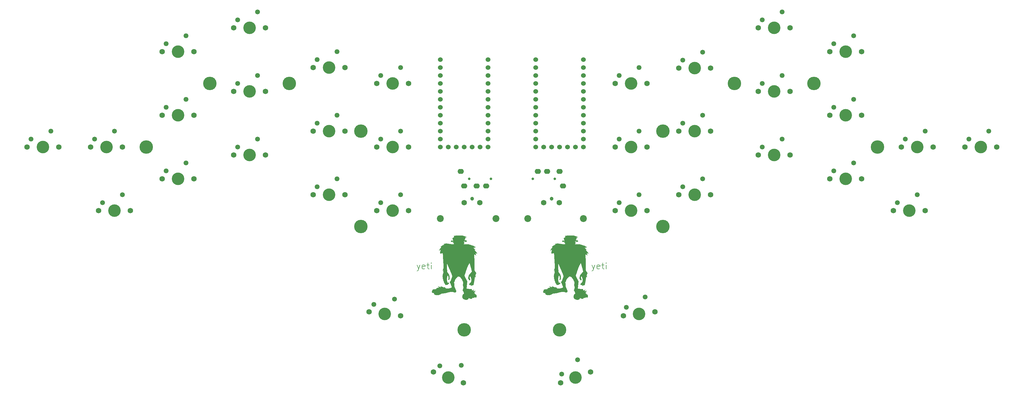
<source format=gts>
G04 #@! TF.GenerationSoftware,KiCad,Pcbnew,(6.0.7)*
G04 #@! TF.CreationDate,2022-09-16T15:10:19+02:00*
G04 #@! TF.ProjectId,yeti,79657469-2e6b-4696-9361-645f70636258,rev?*
G04 #@! TF.SameCoordinates,Original*
G04 #@! TF.FileFunction,Soldermask,Top*
G04 #@! TF.FilePolarity,Negative*
%FSLAX46Y46*%
G04 Gerber Fmt 4.6, Leading zero omitted, Abs format (unit mm)*
G04 Created by KiCad (PCBNEW (6.0.7)) date 2022-09-16 15:10:19*
%MOMM*%
%LPD*%
G01*
G04 APERTURE LIST*
%ADD10C,0.150000*%
%ADD11C,4.300000*%
%ADD12C,2.200000*%
%ADD13C,4.000000*%
%ADD14C,1.750000*%
%ADD15C,1.550000*%
%ADD16C,0.800000*%
%ADD17O,2.000000X1.600000*%
%ADD18C,1.524000*%
%ADD19C,1.200000*%
G04 APERTURE END LIST*
D10*
X175419047Y-98631428D02*
X175895238Y-99964761D01*
X176371428Y-98631428D02*
X175895238Y-99964761D01*
X175704761Y-100440952D01*
X175609523Y-100536190D01*
X175419047Y-100631428D01*
X177895238Y-99869523D02*
X177704761Y-99964761D01*
X177323809Y-99964761D01*
X177133333Y-99869523D01*
X177038095Y-99679047D01*
X177038095Y-98917142D01*
X177133333Y-98726666D01*
X177323809Y-98631428D01*
X177704761Y-98631428D01*
X177895238Y-98726666D01*
X177990476Y-98917142D01*
X177990476Y-99107619D01*
X177038095Y-99298095D01*
X178561904Y-98631428D02*
X179323809Y-98631428D01*
X178847619Y-97964761D02*
X178847619Y-99679047D01*
X178942857Y-99869523D01*
X179133333Y-99964761D01*
X179323809Y-99964761D01*
X179990476Y-99964761D02*
X179990476Y-98631428D01*
X179990476Y-97964761D02*
X179895238Y-98060000D01*
X179990476Y-98155238D01*
X180085714Y-98060000D01*
X179990476Y-97964761D01*
X179990476Y-98155238D01*
X119539047Y-98631428D02*
X120015238Y-99964761D01*
X120491428Y-98631428D02*
X120015238Y-99964761D01*
X119824761Y-100440952D01*
X119729523Y-100536190D01*
X119539047Y-100631428D01*
X122015238Y-99869523D02*
X121824761Y-99964761D01*
X121443809Y-99964761D01*
X121253333Y-99869523D01*
X121158095Y-99679047D01*
X121158095Y-98917142D01*
X121253333Y-98726666D01*
X121443809Y-98631428D01*
X121824761Y-98631428D01*
X122015238Y-98726666D01*
X122110476Y-98917142D01*
X122110476Y-99107619D01*
X121158095Y-99298095D01*
X122681904Y-98631428D02*
X123443809Y-98631428D01*
X122967619Y-97964761D02*
X122967619Y-99679047D01*
X123062857Y-99869523D01*
X123253333Y-99964761D01*
X123443809Y-99964761D01*
X124110476Y-99964761D02*
X124110476Y-98631428D01*
X124110476Y-97964761D02*
X124015238Y-98060000D01*
X124110476Y-98155238D01*
X124205714Y-98060000D01*
X124110476Y-97964761D01*
X124110476Y-98155238D01*
G36*
X133095040Y-89248162D02*
G01*
X133269303Y-89250330D01*
X133437720Y-89253974D01*
X133603077Y-89259150D01*
X133768155Y-89265916D01*
X133883086Y-89271526D01*
X133965401Y-89276338D01*
X134035995Y-89281927D01*
X134097397Y-89288868D01*
X134152138Y-89297733D01*
X134202749Y-89309098D01*
X134251759Y-89323537D01*
X134301701Y-89341625D01*
X134355103Y-89363935D01*
X134414497Y-89391043D01*
X134419053Y-89393186D01*
X134458105Y-89411092D01*
X134494387Y-89426388D01*
X134529596Y-89439397D01*
X134565427Y-89450446D01*
X134603576Y-89459858D01*
X134645739Y-89467958D01*
X134693613Y-89475071D01*
X134748893Y-89481521D01*
X134813275Y-89487633D01*
X134888456Y-89493732D01*
X134976132Y-89500143D01*
X134978836Y-89500334D01*
X135027738Y-89503928D01*
X135071583Y-89507431D01*
X135108481Y-89510668D01*
X135136538Y-89513466D01*
X135153862Y-89515649D01*
X135158737Y-89516886D01*
X135153583Y-89522885D01*
X135139952Y-89535354D01*
X135120517Y-89551879D01*
X135115040Y-89556381D01*
X135098038Y-89571449D01*
X135075900Y-89592769D01*
X135050539Y-89618297D01*
X135023868Y-89645992D01*
X134997802Y-89673813D01*
X134974255Y-89699717D01*
X134955139Y-89721661D01*
X134942369Y-89737606D01*
X134937856Y-89745423D01*
X134944182Y-89747071D01*
X134960455Y-89746188D01*
X134975272Y-89744187D01*
X135010050Y-89739520D01*
X135050746Y-89735612D01*
X135095320Y-89732493D01*
X135141732Y-89730192D01*
X135187941Y-89728738D01*
X135231908Y-89728161D01*
X135271593Y-89728490D01*
X135304955Y-89729755D01*
X135329954Y-89731985D01*
X135344549Y-89735208D01*
X135347202Y-89738837D01*
X135340947Y-89744064D01*
X135324304Y-89756936D01*
X135298359Y-89776639D01*
X135264196Y-89802361D01*
X135222899Y-89833287D01*
X135175555Y-89868604D01*
X135123246Y-89907498D01*
X135067059Y-89949156D01*
X135046928Y-89964054D01*
X134750194Y-90183541D01*
X134792356Y-90185410D01*
X134842074Y-90188019D01*
X134889166Y-90191243D01*
X134931486Y-90194866D01*
X134966886Y-90198673D01*
X134993219Y-90202450D01*
X135008338Y-90205980D01*
X135010799Y-90207309D01*
X135013002Y-90211590D01*
X135012419Y-90218401D01*
X135008373Y-90228808D01*
X135000186Y-90243874D01*
X134987182Y-90264662D01*
X134968683Y-90292236D01*
X134944012Y-90327660D01*
X134912491Y-90371998D01*
X134873443Y-90426314D01*
X134855763Y-90450797D01*
X134806342Y-90519656D01*
X134765238Y-90578089D01*
X134731998Y-90626910D01*
X134706172Y-90666929D01*
X134687305Y-90698959D01*
X134674947Y-90723812D01*
X134668644Y-90742300D01*
X134667945Y-90755233D01*
X134672396Y-90763425D01*
X134679509Y-90767154D01*
X134690150Y-90768257D01*
X134712725Y-90769193D01*
X134744913Y-90769916D01*
X134784396Y-90770377D01*
X134828853Y-90770528D01*
X134841644Y-90770509D01*
X134914750Y-90771122D01*
X134976511Y-90773587D01*
X135029754Y-90778233D01*
X135077304Y-90785392D01*
X135121990Y-90795391D01*
X135165915Y-90808326D01*
X135232701Y-90834366D01*
X135295154Y-90867041D01*
X135350622Y-90904613D01*
X135396452Y-90945345D01*
X135422628Y-90976533D01*
X135448085Y-91018792D01*
X135461174Y-91058200D01*
X135462690Y-91097372D01*
X135461721Y-91105096D01*
X135449672Y-91139384D01*
X135425150Y-91171929D01*
X135389911Y-91201831D01*
X135345710Y-91228193D01*
X135294304Y-91250115D01*
X135237449Y-91266697D01*
X135176899Y-91277042D01*
X135119590Y-91280276D01*
X135062911Y-91276308D01*
X134997695Y-91265111D01*
X134927003Y-91247741D01*
X134853898Y-91225256D01*
X134781438Y-91198711D01*
X134712687Y-91169164D01*
X134650705Y-91137671D01*
X134598553Y-91105289D01*
X134585937Y-91096061D01*
X134554060Y-91071728D01*
X134543658Y-91087602D01*
X134536350Y-91100222D01*
X134524459Y-91122343D01*
X134509720Y-91150688D01*
X134496009Y-91177701D01*
X134458761Y-91251926D01*
X134477149Y-91267742D01*
X134489785Y-91277018D01*
X134511969Y-91291721D01*
X134540946Y-91310085D01*
X134573960Y-91330343D01*
X134586631Y-91337955D01*
X134621548Y-91359290D01*
X134654465Y-91380276D01*
X134682259Y-91398863D01*
X134701807Y-91412999D01*
X134705703Y-91416155D01*
X134733678Y-91439959D01*
X134691449Y-91461183D01*
X134641111Y-91483967D01*
X134586382Y-91504548D01*
X134533648Y-91520641D01*
X134508465Y-91526616D01*
X134486591Y-91531980D01*
X134471723Y-91537239D01*
X134467486Y-91540510D01*
X134473197Y-91547952D01*
X134488870Y-91561263D01*
X134512316Y-91578860D01*
X134541346Y-91599161D01*
X134573771Y-91620584D01*
X134606633Y-91641082D01*
X134636621Y-91660164D01*
X134665901Y-91680431D01*
X134689475Y-91698373D01*
X134695297Y-91703317D01*
X134725922Y-91730494D01*
X134696477Y-91749979D01*
X134667790Y-91770925D01*
X134631406Y-91800574D01*
X134589294Y-91837152D01*
X134543423Y-91878888D01*
X134495762Y-91924008D01*
X134448279Y-91970740D01*
X134424725Y-91994666D01*
X134391721Y-92028711D01*
X134367716Y-92053968D01*
X134351685Y-92071786D01*
X134342604Y-92083514D01*
X134339448Y-92090498D01*
X134341195Y-92094088D01*
X134346820Y-92095630D01*
X134347919Y-92095767D01*
X134360826Y-92095568D01*
X134385333Y-92093695D01*
X134418918Y-92090398D01*
X134459060Y-92085926D01*
X134503235Y-92080529D01*
X134508273Y-92079884D01*
X134634686Y-92064344D01*
X134750248Y-92051761D01*
X134858012Y-92041953D01*
X134961031Y-92034740D01*
X135062357Y-92029939D01*
X135165045Y-92027368D01*
X135272146Y-92026848D01*
X135379719Y-92028067D01*
X135476983Y-92030301D01*
X135563710Y-92033477D01*
X135643601Y-92037865D01*
X135720360Y-92043737D01*
X135797686Y-92051366D01*
X135879282Y-92061022D01*
X135942739Y-92069380D01*
X135981555Y-92075156D01*
X136019882Y-92082008D01*
X136060238Y-92090525D01*
X136105141Y-92101298D01*
X136157110Y-92114917D01*
X136218663Y-92131972D01*
X136259882Y-92143710D01*
X136450844Y-92200273D01*
X136641562Y-92260248D01*
X136830438Y-92323035D01*
X137015873Y-92388032D01*
X137196267Y-92454638D01*
X137370023Y-92522251D01*
X137535542Y-92590272D01*
X137691223Y-92658099D01*
X137835470Y-92725131D01*
X137927559Y-92770637D01*
X137963710Y-92789402D01*
X138004957Y-92811486D01*
X138049621Y-92835924D01*
X138096025Y-92861751D01*
X138142492Y-92888001D01*
X138187345Y-92913710D01*
X138228907Y-92937912D01*
X138265499Y-92959643D01*
X138295445Y-92977938D01*
X138317067Y-92991831D01*
X138328688Y-93000357D01*
X138330224Y-93002308D01*
X138323363Y-93008736D01*
X138303281Y-93017756D01*
X138270735Y-93029161D01*
X138226481Y-93042743D01*
X138171274Y-93058295D01*
X138105872Y-93075609D01*
X138031028Y-93094476D01*
X137947501Y-93114690D01*
X137856044Y-93136042D01*
X137785022Y-93152159D01*
X137730413Y-93164490D01*
X137679881Y-93176056D01*
X137635215Y-93186436D01*
X137598202Y-93195207D01*
X137570630Y-93201949D01*
X137554285Y-93206240D01*
X137550871Y-93207340D01*
X137548919Y-93214563D01*
X137558061Y-93229281D01*
X137577648Y-93250916D01*
X137607030Y-93278886D01*
X137645557Y-93312610D01*
X137692579Y-93351509D01*
X137747446Y-93395001D01*
X137809509Y-93442506D01*
X137837763Y-93463663D01*
X137884965Y-93499097D01*
X137932289Y-93535184D01*
X137977405Y-93570105D01*
X138017980Y-93602040D01*
X138051682Y-93629171D01*
X138075905Y-93649440D01*
X138111535Y-93681342D01*
X138142322Y-93710908D01*
X138166961Y-93736715D01*
X138184151Y-93757342D01*
X138192587Y-93771367D01*
X138192479Y-93776609D01*
X138184394Y-93777830D01*
X138164140Y-93778853D01*
X138133802Y-93779630D01*
X138095463Y-93780118D01*
X138051208Y-93780270D01*
X138027686Y-93780206D01*
X137867244Y-93779454D01*
X137910708Y-93830908D01*
X137927442Y-93851665D01*
X137950551Y-93881680D01*
X137978233Y-93918537D01*
X138008682Y-93959821D01*
X138040095Y-94003117D01*
X138056840Y-94026508D01*
X138097128Y-94082813D01*
X138131114Y-94129553D01*
X138160566Y-94168914D01*
X138187249Y-94203081D01*
X138212931Y-94234240D01*
X138239380Y-94264576D01*
X138268362Y-94296275D01*
X138301645Y-94331520D01*
X138313514Y-94343928D01*
X138378198Y-94415773D01*
X138445944Y-94499239D01*
X138515367Y-94592405D01*
X138585083Y-94693349D01*
X138653707Y-94800148D01*
X138711292Y-94896069D01*
X138726066Y-94923716D01*
X138741326Y-94955962D01*
X138755671Y-94989372D01*
X138767701Y-95020514D01*
X138776015Y-95045954D01*
X138779212Y-95062261D01*
X138779214Y-95062535D01*
X138777802Y-95066250D01*
X138772414Y-95068050D01*
X138761320Y-95067696D01*
X138742792Y-95064949D01*
X138715101Y-95059571D01*
X138676518Y-95051324D01*
X138640854Y-95043438D01*
X138558901Y-95023659D01*
X138480922Y-95001890D01*
X138408781Y-94978792D01*
X138344343Y-94955027D01*
X138289474Y-94931255D01*
X138246037Y-94908138D01*
X138230308Y-94897835D01*
X138217918Y-94889485D01*
X138208598Y-94884863D01*
X138202555Y-94885017D01*
X138199997Y-94890989D01*
X138201131Y-94903826D01*
X138206163Y-94924574D01*
X138215302Y-94954276D01*
X138228754Y-94993979D01*
X138246726Y-95044728D01*
X138269426Y-95107567D01*
X138274825Y-95122430D01*
X138295813Y-95180734D01*
X138315989Y-95237829D01*
X138334624Y-95291573D01*
X138350987Y-95339819D01*
X138364347Y-95380423D01*
X138373974Y-95411241D01*
X138377966Y-95425320D01*
X138384615Y-95455351D01*
X138390478Y-95490236D01*
X138395339Y-95527329D01*
X138398985Y-95563981D01*
X138401200Y-95597545D01*
X138401770Y-95625374D01*
X138400481Y-95644818D01*
X138397119Y-95653232D01*
X138396445Y-95653379D01*
X138388617Y-95648535D01*
X138373862Y-95635625D01*
X138354893Y-95617085D01*
X138347662Y-95609612D01*
X138311168Y-95573882D01*
X138267390Y-95534910D01*
X138221233Y-95496844D01*
X138177601Y-95463831D01*
X138164014Y-95454359D01*
X138124002Y-95430053D01*
X138078019Y-95406710D01*
X138029316Y-95385578D01*
X137981144Y-95367904D01*
X137936754Y-95354935D01*
X137899397Y-95347920D01*
X137884343Y-95347034D01*
X137867319Y-95348501D01*
X137854299Y-95353965D01*
X137844305Y-95365325D01*
X137836363Y-95384480D01*
X137829496Y-95413330D01*
X137822729Y-95453774D01*
X137820039Y-95472173D01*
X137816346Y-95500252D01*
X137813292Y-95529097D01*
X137810900Y-95559667D01*
X137809191Y-95592922D01*
X137808189Y-95629823D01*
X137807916Y-95671330D01*
X137808394Y-95718404D01*
X137809647Y-95772004D01*
X137811696Y-95833091D01*
X137814563Y-95902625D01*
X137818272Y-95981567D01*
X137822846Y-96070877D01*
X137828305Y-96171514D01*
X137834674Y-96284440D01*
X137841974Y-96410615D01*
X137842078Y-96412385D01*
X137846222Y-96484483D01*
X137850391Y-96559092D01*
X137854437Y-96633450D01*
X137858215Y-96704798D01*
X137861578Y-96770375D01*
X137864381Y-96827421D01*
X137866478Y-96873174D01*
X137866583Y-96875629D01*
X137868018Y-96916875D01*
X137869380Y-96971386D01*
X137870668Y-97038174D01*
X137871876Y-97116250D01*
X137873001Y-97204625D01*
X137874040Y-97302312D01*
X137874989Y-97408321D01*
X137875843Y-97521665D01*
X137876599Y-97641354D01*
X137877254Y-97766401D01*
X137877804Y-97895817D01*
X137878244Y-98028612D01*
X137878572Y-98163800D01*
X137878782Y-98300391D01*
X137878873Y-98437398D01*
X137878839Y-98573830D01*
X137878678Y-98708701D01*
X137878385Y-98841021D01*
X137877956Y-98969803D01*
X137877389Y-99094057D01*
X137876678Y-99212795D01*
X137875861Y-99320362D01*
X137875063Y-99421648D01*
X137874406Y-99520064D01*
X137873891Y-99614523D01*
X137873519Y-99703941D01*
X137873291Y-99787233D01*
X137873208Y-99863314D01*
X137873269Y-99931100D01*
X137873477Y-99989506D01*
X137873831Y-100037447D01*
X137874332Y-100073838D01*
X137874981Y-100097594D01*
X137875354Y-100104312D01*
X137880612Y-100161603D01*
X137887343Y-100213841D01*
X137896389Y-100266154D01*
X137908596Y-100323673D01*
X137918124Y-100364209D01*
X137939936Y-100444431D01*
X137965069Y-100515557D01*
X137995310Y-100581081D01*
X138032448Y-100644494D01*
X138078270Y-100709290D01*
X138124044Y-100766462D01*
X138167474Y-100819795D01*
X138207459Y-100872006D01*
X138245328Y-100925171D01*
X138282409Y-100981367D01*
X138320028Y-101042670D01*
X138359514Y-101111157D01*
X138402194Y-101188904D01*
X138441673Y-101263244D01*
X138465358Y-101309162D01*
X138486046Y-101350814D01*
X138502891Y-101386386D01*
X138515048Y-101414063D01*
X138521671Y-101432029D01*
X138522649Y-101437060D01*
X138522083Y-101447867D01*
X138518142Y-101453343D01*
X138507461Y-101454745D01*
X138486676Y-101453328D01*
X138480548Y-101452775D01*
X138433843Y-101442303D01*
X138383234Y-101419445D01*
X138330233Y-101385001D01*
X138288913Y-101351241D01*
X138266537Y-101331544D01*
X138248423Y-101316015D01*
X138236988Y-101306703D01*
X138234312Y-101304950D01*
X138234044Y-101311427D01*
X138237463Y-101329524D01*
X138244061Y-101357239D01*
X138253329Y-101392569D01*
X138264757Y-101433513D01*
X138277838Y-101478068D01*
X138280800Y-101487868D01*
X138291579Y-101524993D01*
X138302294Y-101564766D01*
X138312217Y-101604147D01*
X138320620Y-101640099D01*
X138326774Y-101669583D01*
X138329950Y-101689560D01*
X138330224Y-101693989D01*
X138324165Y-101696224D01*
X138314189Y-101696769D01*
X138290789Y-101691951D01*
X138261145Y-101679190D01*
X138229239Y-101660469D01*
X138203967Y-101641886D01*
X138171051Y-101614967D01*
X138176383Y-101636347D01*
X138180433Y-101649723D01*
X138188461Y-101673957D01*
X138199598Y-101706507D01*
X138212972Y-101744827D01*
X138227267Y-101785119D01*
X138248218Y-101845542D01*
X138266666Y-101902355D01*
X138282251Y-101954158D01*
X138294615Y-101999545D01*
X138303397Y-102037114D01*
X138308240Y-102065461D01*
X138308782Y-102083183D01*
X138305044Y-102088901D01*
X138294601Y-102085343D01*
X138275780Y-102076006D01*
X138252147Y-102062891D01*
X138227264Y-102048001D01*
X138204697Y-102033338D01*
X138198902Y-102029276D01*
X138175448Y-102013994D01*
X138160744Y-102008566D01*
X138153457Y-102012775D01*
X138152054Y-102021616D01*
X138148294Y-102030866D01*
X138139419Y-102029210D01*
X138130489Y-102019414D01*
X138125190Y-102012826D01*
X138125630Y-102017632D01*
X138142071Y-102071871D01*
X138158300Y-102122130D01*
X138175734Y-102172475D01*
X138195791Y-102226977D01*
X138219888Y-102289701D01*
X138224970Y-102302705D01*
X138251322Y-102370393D01*
X138274402Y-102430486D01*
X138293865Y-102482055D01*
X138309369Y-102524169D01*
X138320573Y-102555897D01*
X138327134Y-102576308D01*
X138328709Y-102584472D01*
X138328664Y-102584531D01*
X138321346Y-102584178D01*
X138301884Y-102582138D01*
X138272261Y-102578649D01*
X138234455Y-102573948D01*
X138190447Y-102568274D01*
X138160487Y-102564315D01*
X138106978Y-102557287D01*
X138065895Y-102552207D01*
X138035559Y-102548959D01*
X138014291Y-102547429D01*
X138000413Y-102547502D01*
X137992246Y-102549063D01*
X137988112Y-102551996D01*
X137987770Y-102552493D01*
X137985291Y-102563235D01*
X137983205Y-102585174D01*
X137981714Y-102615258D01*
X137981018Y-102650431D01*
X137980996Y-102655483D01*
X137980848Y-102682327D01*
X137980451Y-102707548D01*
X137979665Y-102732221D01*
X137978349Y-102757416D01*
X137976361Y-102784206D01*
X137973562Y-102813663D01*
X137969810Y-102846861D01*
X137964964Y-102884870D01*
X137958883Y-102928764D01*
X137951428Y-102979615D01*
X137942456Y-103038494D01*
X137931828Y-103106475D01*
X137919402Y-103184630D01*
X137905037Y-103274031D01*
X137888594Y-103375749D01*
X137877116Y-103446560D01*
X137855961Y-103576250D01*
X137834569Y-103705951D01*
X137813125Y-103834625D01*
X137791808Y-103961232D01*
X137770803Y-104084733D01*
X137750291Y-104204088D01*
X137730454Y-104318258D01*
X137711474Y-104426203D01*
X137693535Y-104526884D01*
X137676817Y-104619262D01*
X137661504Y-104702297D01*
X137647778Y-104774949D01*
X137635820Y-104836180D01*
X137625814Y-104884950D01*
X137621169Y-104906259D01*
X137612213Y-104943493D01*
X137603676Y-104971138D01*
X137593730Y-104993683D01*
X137580545Y-105015614D01*
X137570945Y-105029470D01*
X137526598Y-105081886D01*
X137477268Y-105122389D01*
X137424069Y-105150261D01*
X137368116Y-105164785D01*
X137359169Y-105165804D01*
X137318164Y-105169673D01*
X137283479Y-105134828D01*
X137248795Y-105099984D01*
X137210455Y-105130634D01*
X137169101Y-105161120D01*
X137117396Y-105195081D01*
X137058234Y-105230729D01*
X136994512Y-105266274D01*
X136970235Y-105279105D01*
X136936449Y-105296404D01*
X136911280Y-105308111D01*
X136890828Y-105315459D01*
X136871195Y-105319679D01*
X136848481Y-105322001D01*
X136831136Y-105323028D01*
X136780432Y-105323825D01*
X136742228Y-105319896D01*
X136715426Y-105310791D01*
X136698929Y-105296058D01*
X136691640Y-105275248D01*
X136691055Y-105265481D01*
X136694744Y-105245818D01*
X136704912Y-105217286D01*
X136720212Y-105182930D01*
X136739296Y-105145792D01*
X136759304Y-105111352D01*
X136778701Y-105079960D01*
X136754477Y-105085169D01*
X136690979Y-105097619D01*
X136635871Y-105105552D01*
X136584240Y-105109569D01*
X136548519Y-105110371D01*
X136478954Y-105108348D01*
X136420939Y-105101439D01*
X136372406Y-105088979D01*
X136331291Y-105070304D01*
X136295527Y-105044750D01*
X136271502Y-105021249D01*
X136236329Y-104972430D01*
X136213164Y-104916625D01*
X136202309Y-104854981D01*
X136204066Y-104788642D01*
X136206239Y-104773128D01*
X136213162Y-104738869D01*
X136223007Y-104709836D01*
X136237708Y-104682519D01*
X136259194Y-104653409D01*
X136289399Y-104618996D01*
X136293525Y-104614534D01*
X136319986Y-104585895D01*
X136347430Y-104555989D01*
X136371580Y-104529482D01*
X136381171Y-104518865D01*
X136395175Y-104504241D01*
X136418062Y-104481480D01*
X136448242Y-104452113D01*
X136484126Y-104417671D01*
X136524122Y-104379684D01*
X136566642Y-104339684D01*
X136587716Y-104319999D01*
X136638436Y-104272261D01*
X136682518Y-104229803D01*
X136719128Y-104193466D01*
X136747428Y-104164096D01*
X136766585Y-104142536D01*
X136775227Y-104130671D01*
X136783477Y-104110351D01*
X136793118Y-104077692D01*
X136803835Y-104034505D01*
X136815315Y-103982602D01*
X136827243Y-103923795D01*
X136839305Y-103859896D01*
X136851187Y-103792716D01*
X136862574Y-103724067D01*
X136873153Y-103655762D01*
X136882609Y-103589611D01*
X136890628Y-103527426D01*
X136896895Y-103471020D01*
X136901098Y-103422205D01*
X136902523Y-103396673D01*
X136903478Y-103328303D01*
X136899878Y-103267927D01*
X136890928Y-103210881D01*
X136875837Y-103152500D01*
X136853810Y-103088121D01*
X136847025Y-103070281D01*
X136835608Y-103039839D01*
X136820583Y-102998414D01*
X136802845Y-102948548D01*
X136783290Y-102892782D01*
X136762811Y-102833659D01*
X136742303Y-102773720D01*
X136733654Y-102748194D01*
X136707413Y-102670764D01*
X136685105Y-102605579D01*
X136666241Y-102551334D01*
X136650333Y-102506724D01*
X136636894Y-102470444D01*
X136625435Y-102441187D01*
X136615469Y-102417649D01*
X136606506Y-102398524D01*
X136598059Y-102382507D01*
X136594801Y-102376823D01*
X136575241Y-102350680D01*
X136551945Y-102330320D01*
X136528648Y-102318652D01*
X136517946Y-102316986D01*
X136496099Y-102322239D01*
X136469372Y-102336534D01*
X136441500Y-102357557D01*
X136422143Y-102376293D01*
X136389283Y-102418644D01*
X136365273Y-102465587D01*
X136349826Y-102518614D01*
X136342656Y-102579220D01*
X136343476Y-102648898D01*
X136352001Y-102729141D01*
X136353077Y-102736527D01*
X136366013Y-102804752D01*
X136385198Y-102875092D01*
X136411432Y-102949905D01*
X136445516Y-103031546D01*
X136475082Y-103095282D01*
X136535690Y-103221501D01*
X136535690Y-103282924D01*
X136530297Y-103347125D01*
X136514791Y-103407345D01*
X136490184Y-103461309D01*
X136457489Y-103506744D01*
X136422000Y-103538451D01*
X136384185Y-103556724D01*
X136341486Y-103563402D01*
X136296647Y-103558935D01*
X136252408Y-103543772D01*
X136211513Y-103518360D01*
X136192102Y-103500859D01*
X136170609Y-103476191D01*
X136143741Y-103441198D01*
X136112920Y-103398084D01*
X136079571Y-103349051D01*
X136045115Y-103296303D01*
X136010976Y-103242044D01*
X135978576Y-103188476D01*
X135949340Y-103137803D01*
X135924689Y-103092228D01*
X135912700Y-103068264D01*
X135882160Y-103004697D01*
X135883218Y-102876415D01*
X135891666Y-102703447D01*
X135914137Y-102533034D01*
X135950630Y-102365179D01*
X136001144Y-102199883D01*
X136060163Y-102049703D01*
X136130672Y-101903435D01*
X136211147Y-101766009D01*
X136303240Y-101634691D01*
X136336041Y-101592754D01*
X136370113Y-101550966D01*
X136411051Y-101501879D01*
X136457302Y-101447268D01*
X136507313Y-101388909D01*
X136559532Y-101328577D01*
X136612406Y-101268046D01*
X136664383Y-101209091D01*
X136713911Y-101153488D01*
X136759437Y-101103011D01*
X136799409Y-101059435D01*
X136832274Y-101024534D01*
X136840230Y-101016314D01*
X136890595Y-100964376D01*
X136931614Y-100921128D01*
X136964165Y-100885323D01*
X136989120Y-100855715D01*
X137007355Y-100831056D01*
X137019744Y-100810101D01*
X137027163Y-100791602D01*
X137030486Y-100774313D01*
X137030588Y-100756986D01*
X137029530Y-100746534D01*
X137021585Y-100694397D01*
X137009701Y-100629646D01*
X136994144Y-100553289D01*
X136975179Y-100466330D01*
X136953070Y-100369778D01*
X136928082Y-100264637D01*
X136900480Y-100151915D01*
X136870529Y-100032617D01*
X136838494Y-99907750D01*
X136804641Y-99778321D01*
X136769233Y-99645335D01*
X136732535Y-99509799D01*
X136694814Y-99372720D01*
X136656333Y-99235103D01*
X136617357Y-99097956D01*
X136578152Y-98962284D01*
X136538982Y-98829094D01*
X136500113Y-98699392D01*
X136461809Y-98574184D01*
X136435283Y-98489145D01*
X136414460Y-98423979D01*
X136393686Y-98360854D01*
X136373519Y-98301325D01*
X136354515Y-98246948D01*
X136337234Y-98199278D01*
X136322232Y-98159872D01*
X136310068Y-98130285D01*
X136301300Y-98112073D01*
X136298642Y-98108043D01*
X136294580Y-98107800D01*
X136287350Y-98114264D01*
X136276263Y-98128426D01*
X136260629Y-98151280D01*
X136239761Y-98183819D01*
X136212968Y-98227036D01*
X136190456Y-98263947D01*
X136132178Y-98360031D01*
X136080734Y-98445113D01*
X136035505Y-98520341D01*
X135995873Y-98586865D01*
X135961219Y-98645832D01*
X135930925Y-98698391D01*
X135904372Y-98745690D01*
X135880944Y-98788879D01*
X135860020Y-98829106D01*
X135840983Y-98867519D01*
X135823215Y-98905267D01*
X135806096Y-98943498D01*
X135789010Y-98983361D01*
X135771337Y-99026004D01*
X135752459Y-99072577D01*
X135744629Y-99092071D01*
X135715042Y-99166824D01*
X135681659Y-99252896D01*
X135644851Y-99349248D01*
X135604989Y-99454841D01*
X135562443Y-99568636D01*
X135517585Y-99689595D01*
X135470785Y-99816680D01*
X135422414Y-99948850D01*
X135372842Y-100085069D01*
X135322441Y-100224296D01*
X135271582Y-100365494D01*
X135220634Y-100507623D01*
X135169969Y-100649646D01*
X135119957Y-100790522D01*
X135070970Y-100929215D01*
X135023378Y-101064684D01*
X134977552Y-101195891D01*
X134933862Y-101321798D01*
X134892680Y-101441366D01*
X134854376Y-101553556D01*
X134819320Y-101657329D01*
X134787885Y-101751647D01*
X134760440Y-101835471D01*
X134737356Y-101907763D01*
X134723218Y-101953491D01*
X134707124Y-102017851D01*
X134700831Y-102073180D01*
X134704254Y-102120712D01*
X134709946Y-102143070D01*
X134715337Y-102156791D01*
X134725935Y-102181404D01*
X134740848Y-102214918D01*
X134759179Y-102255344D01*
X134780034Y-102300693D01*
X134802519Y-102348974D01*
X134803059Y-102350125D01*
X134828856Y-102405517D01*
X134856023Y-102464473D01*
X134882947Y-102523453D01*
X134908017Y-102578915D01*
X134929620Y-102627315D01*
X134940910Y-102653015D01*
X134976637Y-102733553D01*
X135009648Y-102804337D01*
X135041870Y-102869090D01*
X135075230Y-102931536D01*
X135111655Y-102995398D01*
X135153072Y-103064399D01*
X135157885Y-103072251D01*
X135184833Y-103117002D01*
X135216288Y-103170655D01*
X135250124Y-103229496D01*
X135284216Y-103289811D01*
X135316438Y-103347885D01*
X135333314Y-103378856D01*
X135383372Y-103472216D01*
X135426580Y-103554596D01*
X135463440Y-103627227D01*
X135494451Y-103691342D01*
X135520114Y-103748173D01*
X135540930Y-103798951D01*
X135557398Y-103844909D01*
X135570019Y-103887279D01*
X135579294Y-103927293D01*
X135585723Y-103966183D01*
X135589805Y-104005181D01*
X135590278Y-104011558D01*
X135591562Y-104032112D01*
X135592136Y-104050665D01*
X135591773Y-104069335D01*
X135590244Y-104090244D01*
X135587319Y-104115511D01*
X135582771Y-104147256D01*
X135576370Y-104187599D01*
X135567888Y-104238661D01*
X135562051Y-104273272D01*
X135557956Y-104299082D01*
X135553525Y-104330214D01*
X135548686Y-104367380D01*
X135543362Y-104411292D01*
X135537480Y-104462663D01*
X135530965Y-104522203D01*
X135523742Y-104590625D01*
X135515737Y-104668641D01*
X135506875Y-104756963D01*
X135497081Y-104856303D01*
X135486281Y-104967372D01*
X135474400Y-105090883D01*
X135461364Y-105227547D01*
X135454869Y-105295971D01*
X135444142Y-105408524D01*
X135434434Y-105508986D01*
X135425528Y-105599465D01*
X135417208Y-105682069D01*
X135409259Y-105758909D01*
X135401464Y-105832091D01*
X135393607Y-105903726D01*
X135385472Y-105975921D01*
X135382540Y-106001527D01*
X135376453Y-106071201D01*
X135375798Y-106128269D01*
X135380717Y-106173363D01*
X135391352Y-106207113D01*
X135407846Y-106230148D01*
X135430339Y-106243099D01*
X135437362Y-106244928D01*
X135451837Y-106247388D01*
X135477836Y-106251276D01*
X135512745Y-106256223D01*
X135553950Y-106261859D01*
X135598834Y-106267815D01*
X135604214Y-106268517D01*
X135706174Y-106282211D01*
X135794785Y-106295020D01*
X135870919Y-106307081D01*
X135935445Y-106318533D01*
X135989063Y-106329476D01*
X136055755Y-106342043D01*
X136133512Y-106353003D01*
X136219337Y-106362201D01*
X136310235Y-106369480D01*
X136403209Y-106374685D01*
X136495262Y-106377662D01*
X136583398Y-106378253D01*
X136664620Y-106376305D01*
X136735932Y-106371660D01*
X136757972Y-106369372D01*
X136800515Y-106365119D01*
X136845466Y-106361811D01*
X136890297Y-106359505D01*
X136932481Y-106358259D01*
X136969488Y-106358132D01*
X136998791Y-106359179D01*
X137017862Y-106361461D01*
X137023167Y-106363322D01*
X137035902Y-106377770D01*
X137043338Y-106401182D01*
X137045488Y-106434490D01*
X137042368Y-106478626D01*
X137033989Y-106534521D01*
X137026335Y-106574634D01*
X137015647Y-106631480D01*
X137009351Y-106676643D01*
X137007576Y-106712040D01*
X137010455Y-106739592D01*
X137018118Y-106761216D01*
X137030697Y-106778831D01*
X137040951Y-106788521D01*
X137055109Y-106798683D01*
X137070254Y-106804258D01*
X137091333Y-106806535D01*
X137111304Y-106806858D01*
X137144465Y-106805032D01*
X137181924Y-106799275D01*
X137225110Y-106789167D01*
X137275455Y-106774291D01*
X137334388Y-106754227D01*
X137403342Y-106728556D01*
X137475006Y-106700369D01*
X137523974Y-106681011D01*
X137570615Y-106663079D01*
X137612681Y-106647397D01*
X137647926Y-106634791D01*
X137674105Y-106626086D01*
X137687379Y-106622404D01*
X137719919Y-106616923D01*
X137748152Y-106614722D01*
X137769257Y-106615791D01*
X137780414Y-106620121D01*
X137781459Y-106622716D01*
X137777602Y-106634761D01*
X137767382Y-106654857D01*
X137752826Y-106679534D01*
X137735962Y-106705318D01*
X137721796Y-106724899D01*
X137709806Y-106739495D01*
X137690091Y-106762305D01*
X137664579Y-106791204D01*
X137635199Y-106824064D01*
X137603877Y-106858759D01*
X137572541Y-106893160D01*
X137543121Y-106925141D01*
X137517544Y-106952575D01*
X137497738Y-106973335D01*
X137486509Y-106984489D01*
X137472204Y-106999394D01*
X137469749Y-107008797D01*
X137479525Y-107015661D01*
X137491041Y-107019674D01*
X137525577Y-107026897D01*
X137571521Y-107031108D01*
X137626366Y-107032391D01*
X137687608Y-107030832D01*
X137752740Y-107026514D01*
X137819256Y-107019521D01*
X137884651Y-107009938D01*
X137908540Y-107005662D01*
X137966710Y-106994707D01*
X138012891Y-106986184D01*
X138049100Y-106979880D01*
X138077354Y-106975582D01*
X138099669Y-106973078D01*
X138118063Y-106972153D01*
X138134552Y-106972596D01*
X138151153Y-106974193D01*
X138169884Y-106976731D01*
X138175216Y-106977499D01*
X138202939Y-106982158D01*
X138224329Y-106987001D01*
X138236194Y-106991249D01*
X138237576Y-106992758D01*
X138232233Y-107003050D01*
X138216958Y-107021254D01*
X138192878Y-107046293D01*
X138161123Y-107077091D01*
X138122822Y-107112569D01*
X138079103Y-107151652D01*
X138031095Y-107193262D01*
X137998827Y-107220565D01*
X137957380Y-107255632D01*
X137916931Y-107290448D01*
X137879608Y-107323139D01*
X137847535Y-107351830D01*
X137822838Y-107374645D01*
X137811038Y-107386159D01*
X137765785Y-107432272D01*
X137821728Y-107444618D01*
X137907383Y-107466617D01*
X137984806Y-107493488D01*
X138059733Y-107527247D01*
X138066580Y-107530708D01*
X138099596Y-107548924D01*
X138132312Y-107569402D01*
X138162643Y-107590534D01*
X138188502Y-107610712D01*
X138207804Y-107628331D01*
X138218462Y-107641782D01*
X138219382Y-107648432D01*
X138210053Y-107651948D01*
X138188791Y-107654075D01*
X138157845Y-107654875D01*
X138119463Y-107654406D01*
X138075892Y-107652730D01*
X138029380Y-107649907D01*
X137982174Y-107645997D01*
X137936524Y-107641061D01*
X137934256Y-107640780D01*
X137888916Y-107635681D01*
X137842229Y-107631384D01*
X137798814Y-107628254D01*
X137763290Y-107626656D01*
X137753671Y-107626527D01*
X137686685Y-107626443D01*
X137732290Y-107660796D01*
X137752969Y-107676114D01*
X137782455Y-107697607D01*
X137817915Y-107723226D01*
X137856513Y-107750923D01*
X137891925Y-107776170D01*
X137939177Y-107809838D01*
X137977304Y-107837324D01*
X138008866Y-107860612D01*
X138036418Y-107881686D01*
X138062519Y-107902533D01*
X138089726Y-107925135D01*
X138120598Y-107951478D01*
X138144927Y-107972488D01*
X138173788Y-107997258D01*
X138210606Y-108028531D01*
X138252340Y-108063741D01*
X138295950Y-108100324D01*
X138338394Y-108135717D01*
X138345399Y-108141534D01*
X138402441Y-108189977D01*
X138449045Y-108232409D01*
X138486663Y-108270681D01*
X138516744Y-108306644D01*
X138540741Y-108342150D01*
X138560103Y-108379050D01*
X138576281Y-108419196D01*
X138585979Y-108448560D01*
X138591631Y-108468756D01*
X138595696Y-108488925D01*
X138598422Y-108511955D01*
X138600057Y-108540731D01*
X138600848Y-108578142D01*
X138601044Y-108624015D01*
X138599214Y-108710074D01*
X138593543Y-108783772D01*
X138583757Y-108846546D01*
X138569582Y-108899835D01*
X138550744Y-108945078D01*
X138534683Y-108972659D01*
X138509224Y-108999496D01*
X138472190Y-109022566D01*
X138425865Y-109041434D01*
X138372532Y-109055667D01*
X138314476Y-109064830D01*
X138253980Y-109068491D01*
X138193328Y-109066215D01*
X138134802Y-109057568D01*
X138113896Y-109052601D01*
X138086221Y-109043739D01*
X138050322Y-109030125D01*
X138010593Y-109013636D01*
X137971429Y-108996149D01*
X137937224Y-108979541D01*
X137916869Y-108968438D01*
X137912634Y-108973667D01*
X137903563Y-108989471D01*
X137890907Y-109013536D01*
X137875917Y-109043548D01*
X137872756Y-109050046D01*
X137844096Y-109104831D01*
X137816542Y-109147114D01*
X137788343Y-109178354D01*
X137757746Y-109200013D01*
X137722999Y-109213552D01*
X137682348Y-109220432D01*
X137667072Y-109221504D01*
X137636311Y-109222175D01*
X137611689Y-109219790D01*
X137586604Y-109213233D01*
X137559260Y-109203262D01*
X137485384Y-109170204D01*
X137421530Y-109132568D01*
X137373310Y-109094830D01*
X137334763Y-109059601D01*
X137326255Y-109096461D01*
X137315678Y-109126762D01*
X137297027Y-109164514D01*
X137272161Y-109206942D01*
X137242935Y-109251272D01*
X137211209Y-109294731D01*
X137178838Y-109334545D01*
X137147681Y-109367939D01*
X137138936Y-109376212D01*
X137078732Y-109421545D01*
X137009607Y-109455972D01*
X136956985Y-109473203D01*
X136904289Y-109483007D01*
X136841645Y-109487758D01*
X136772341Y-109487684D01*
X136699670Y-109483011D01*
X136626922Y-109473968D01*
X136557386Y-109460780D01*
X136494355Y-109443675D01*
X136485297Y-109440659D01*
X136422114Y-109415296D01*
X136364502Y-109383764D01*
X136310082Y-109344298D01*
X136256475Y-109295130D01*
X136201305Y-109234495D01*
X136190697Y-109221831D01*
X136167264Y-109194366D01*
X136146804Y-109171940D01*
X136131067Y-109156350D01*
X136121800Y-109149397D01*
X136120320Y-109149411D01*
X136114083Y-109159026D01*
X136103150Y-109179123D01*
X136088734Y-109207214D01*
X136072042Y-109240809D01*
X136054285Y-109277417D01*
X136036674Y-109314549D01*
X136020417Y-109349714D01*
X136006724Y-109380423D01*
X135998062Y-109401022D01*
X135972806Y-109456777D01*
X135943665Y-109506230D01*
X135908904Y-109551197D01*
X135866786Y-109593499D01*
X135815576Y-109634952D01*
X135753537Y-109677376D01*
X135706673Y-109706280D01*
X135626385Y-109749596D01*
X135546256Y-109782845D01*
X135472729Y-109805403D01*
X135446622Y-109811900D01*
X135422528Y-109816723D01*
X135397411Y-109820163D01*
X135368240Y-109822514D01*
X135331982Y-109824071D01*
X135285603Y-109825127D01*
X135265690Y-109825443D01*
X135221466Y-109825926D01*
X135181166Y-109826050D01*
X135147335Y-109825830D01*
X135122517Y-109825286D01*
X135109259Y-109824434D01*
X135108900Y-109824375D01*
X135094345Y-109821960D01*
X135069742Y-109818010D01*
X135039126Y-109813169D01*
X135019815Y-109810146D01*
X134874224Y-109781174D01*
X134736961Y-109740999D01*
X134608237Y-109689723D01*
X134488265Y-109627447D01*
X134377256Y-109554272D01*
X134275421Y-109470300D01*
X134241157Y-109437555D01*
X134169490Y-109358291D01*
X134109643Y-109274183D01*
X134061105Y-109184072D01*
X134023367Y-109086800D01*
X133995918Y-108981209D01*
X133978246Y-108866139D01*
X133975138Y-108833923D01*
X133971810Y-108712741D01*
X133982462Y-108593191D01*
X134006846Y-108476099D01*
X134044710Y-108362289D01*
X134095805Y-108252586D01*
X134159881Y-108147816D01*
X134199204Y-108094332D01*
X134239354Y-108045640D01*
X134275715Y-108007962D01*
X134310635Y-107979446D01*
X134346462Y-107958240D01*
X134385542Y-107942493D01*
X134395707Y-107939308D01*
X134433409Y-107921199D01*
X134461520Y-107892835D01*
X134478972Y-107855382D01*
X134481390Y-107845496D01*
X134484807Y-107813423D01*
X134484570Y-107769379D01*
X134480825Y-107715130D01*
X134473719Y-107652442D01*
X134463399Y-107583081D01*
X134456077Y-107540921D01*
X134437068Y-107446507D01*
X134415940Y-107359336D01*
X134393082Y-107280432D01*
X134368877Y-107210821D01*
X134343714Y-107151529D01*
X134317977Y-107103581D01*
X134292052Y-107068002D01*
X134270717Y-107048633D01*
X134217463Y-107004838D01*
X134173242Y-106953748D01*
X134139872Y-106897811D01*
X134121086Y-106847123D01*
X134113674Y-106803467D01*
X134111603Y-106752161D01*
X134114776Y-106698730D01*
X134123098Y-106648699D01*
X134124663Y-106642299D01*
X134132483Y-106616872D01*
X134144926Y-106582359D01*
X134160531Y-106542562D01*
X134177837Y-106501285D01*
X134185650Y-106483553D01*
X134213907Y-106418832D01*
X134236352Y-106362996D01*
X134254081Y-106312462D01*
X134268190Y-106263646D01*
X134279774Y-106212964D01*
X134289927Y-106156832D01*
X134294588Y-106127069D01*
X134301626Y-106077476D01*
X134306711Y-106033424D01*
X134310146Y-105990590D01*
X134312231Y-105944653D01*
X134313267Y-105891290D01*
X134313505Y-105855427D01*
X134313461Y-105797689D01*
X134312569Y-105750674D01*
X134310358Y-105710859D01*
X134306356Y-105674718D01*
X134300094Y-105638726D01*
X134291100Y-105599360D01*
X134278903Y-105553093D01*
X134267821Y-105513339D01*
X134245806Y-105428324D01*
X134228916Y-105346259D01*
X134216388Y-105262412D01*
X134207463Y-105172049D01*
X134203566Y-105113542D01*
X134201024Y-105064578D01*
X134199668Y-105024076D01*
X134199609Y-104987902D01*
X134200959Y-104951920D01*
X134203831Y-104911996D01*
X134208335Y-104863993D01*
X134211024Y-104837701D01*
X134216461Y-104785265D01*
X134222855Y-104723504D01*
X134229704Y-104657274D01*
X134236506Y-104591428D01*
X134242759Y-104530822D01*
X134243595Y-104522711D01*
X134249042Y-104467078D01*
X134254228Y-104409011D01*
X134258842Y-104352361D01*
X134262577Y-104300976D01*
X134265124Y-104258706D01*
X134265626Y-104248004D01*
X134270031Y-104144340D01*
X134209188Y-103998565D01*
X134122298Y-103796811D01*
X134035941Y-103609217D01*
X133950069Y-103435700D01*
X133864636Y-103276177D01*
X133779593Y-103130567D01*
X133694892Y-102998786D01*
X133610486Y-102880752D01*
X133526328Y-102776384D01*
X133459127Y-102702652D01*
X133380909Y-102626589D01*
X133305120Y-102563135D01*
X133229994Y-102511276D01*
X133153764Y-102470000D01*
X133074665Y-102438291D01*
X132990929Y-102415138D01*
X132941185Y-102405504D01*
X132876423Y-102398237D01*
X132806439Y-102396606D01*
X132734524Y-102400239D01*
X132663970Y-102408763D01*
X132598066Y-102421806D01*
X132540104Y-102438995D01*
X132502226Y-102455193D01*
X132436310Y-102495032D01*
X132367557Y-102548510D01*
X132296175Y-102615338D01*
X132222369Y-102695230D01*
X132146346Y-102787900D01*
X132068313Y-102893059D01*
X131988475Y-103010420D01*
X131907039Y-103139698D01*
X131824211Y-103280603D01*
X131740198Y-103432851D01*
X131655206Y-103596153D01*
X131595000Y-103717380D01*
X131544682Y-103821711D01*
X131500831Y-103915089D01*
X131462829Y-103998925D01*
X131430059Y-104074633D01*
X131401902Y-104143628D01*
X131377741Y-104207322D01*
X131364517Y-104244712D01*
X131325367Y-104358688D01*
X131368278Y-104421340D01*
X131409405Y-104486477D01*
X131439709Y-104547113D01*
X131460301Y-104606541D01*
X131472292Y-104668057D01*
X131476791Y-104734956D01*
X131476881Y-104743642D01*
X131476258Y-104785321D01*
X131473392Y-104820889D01*
X131467479Y-104856641D01*
X131457717Y-104898872D01*
X131456421Y-104903996D01*
X131448778Y-104935117D01*
X131443254Y-104961445D01*
X131439503Y-104986430D01*
X131437179Y-105013522D01*
X131435937Y-105046169D01*
X131435431Y-105087822D01*
X131435343Y-105114237D01*
X131435819Y-105167498D01*
X131437753Y-105214993D01*
X131441590Y-105259732D01*
X131447778Y-105304727D01*
X131456764Y-105352988D01*
X131468995Y-105407527D01*
X131484918Y-105471354D01*
X131492919Y-105502055D01*
X131515802Y-105585377D01*
X131540744Y-105668724D01*
X131568259Y-105753417D01*
X131598864Y-105840776D01*
X131633073Y-105932119D01*
X131671403Y-106028768D01*
X131714367Y-106132042D01*
X131762483Y-106243261D01*
X131816265Y-106363745D01*
X131876229Y-106494813D01*
X131903623Y-106553856D01*
X131938059Y-106627847D01*
X131966977Y-106690128D01*
X131990898Y-106741898D01*
X132010345Y-106784357D01*
X132025838Y-106818704D01*
X132037899Y-106846139D01*
X132047051Y-106867862D01*
X132053815Y-106885073D01*
X132058712Y-106898972D01*
X132062265Y-106910758D01*
X132064995Y-106921630D01*
X132066490Y-106928375D01*
X132071009Y-106967138D01*
X132070871Y-107015431D01*
X132066603Y-107069509D01*
X132058733Y-107125625D01*
X132047788Y-107180032D01*
X132034296Y-107228984D01*
X132018783Y-107268734D01*
X132018506Y-107269305D01*
X131985984Y-107320301D01*
X131941447Y-107365536D01*
X131886189Y-107404354D01*
X131821503Y-107436101D01*
X131748682Y-107460122D01*
X131669019Y-107475763D01*
X131598631Y-107481910D01*
X131535256Y-107482355D01*
X131479914Y-107477440D01*
X131428062Y-107466145D01*
X131375162Y-107447450D01*
X131316672Y-107420334D01*
X131310303Y-107417101D01*
X131218049Y-107374363D01*
X131123978Y-107339896D01*
X131026350Y-107313402D01*
X130923424Y-107294584D01*
X130813462Y-107283141D01*
X130694722Y-107278777D01*
X130565464Y-107281194D01*
X130527842Y-107283007D01*
X130428777Y-107289442D01*
X130330270Y-107298151D01*
X130230125Y-107309443D01*
X130126147Y-107323631D01*
X130016140Y-107341023D01*
X129897908Y-107361932D01*
X129769255Y-107386667D01*
X129707845Y-107399033D01*
X129618346Y-107417555D01*
X129539209Y-107434616D01*
X129466735Y-107451115D01*
X129397228Y-107467952D01*
X129326993Y-107486025D01*
X129252332Y-107506233D01*
X129169550Y-107529477D01*
X129158002Y-107532767D01*
X128844194Y-107616070D01*
X128534094Y-107685811D01*
X128227287Y-107742073D01*
X127923360Y-107784937D01*
X127846667Y-107793691D01*
X127799894Y-107798854D01*
X127748768Y-107804628D01*
X127699446Y-107810311D01*
X127658090Y-107815200D01*
X127657806Y-107815235D01*
X127613808Y-107819661D01*
X127564824Y-107823200D01*
X127518160Y-107825380D01*
X127493889Y-107825841D01*
X127471515Y-107825888D01*
X127452567Y-107826264D01*
X127435544Y-107827596D01*
X127418945Y-107830511D01*
X127401268Y-107835638D01*
X127381012Y-107843604D01*
X127356677Y-107855036D01*
X127326760Y-107870561D01*
X127289762Y-107890806D01*
X127244180Y-107916401D01*
X127188514Y-107947970D01*
X127151801Y-107968820D01*
X127060642Y-108019915D01*
X126972259Y-108068185D01*
X126887903Y-108113002D01*
X126808822Y-108153740D01*
X126736268Y-108189770D01*
X126671489Y-108220466D01*
X126615737Y-108245200D01*
X126570261Y-108263345D01*
X126552776Y-108269424D01*
X126427526Y-108304286D01*
X126293656Y-108330549D01*
X126154247Y-108347760D01*
X126012379Y-108355461D01*
X125968749Y-108355847D01*
X125838215Y-108352737D01*
X125719509Y-108343658D01*
X125611311Y-108328146D01*
X125512302Y-108305741D01*
X125421162Y-108275978D01*
X125336572Y-108238394D01*
X125257212Y-108192528D01*
X125181763Y-108137915D01*
X125108906Y-108074094D01*
X125077623Y-108043275D01*
X125031058Y-107992769D01*
X124995481Y-107946096D01*
X124969454Y-107900112D01*
X124951534Y-107851673D01*
X124940282Y-107797636D01*
X124934257Y-107734857D01*
X124933980Y-107729782D01*
X124929877Y-107651387D01*
X124832843Y-107653716D01*
X124791149Y-107653965D01*
X124748992Y-107652931D01*
X124711243Y-107650806D01*
X124682771Y-107647785D01*
X124682357Y-107647721D01*
X124639707Y-107639201D01*
X124591678Y-107626545D01*
X124541985Y-107611018D01*
X124494341Y-107593887D01*
X124452458Y-107576418D01*
X124420051Y-107559876D01*
X124414371Y-107556363D01*
X124360679Y-107514699D01*
X124314753Y-107465299D01*
X124277672Y-107410269D01*
X124250518Y-107351716D01*
X124234370Y-107291746D01*
X124230309Y-107232465D01*
X124233242Y-107203163D01*
X124238129Y-107178808D01*
X124245202Y-107155649D01*
X124255621Y-107131497D01*
X124270543Y-107104162D01*
X124291129Y-107071456D01*
X124318537Y-107031189D01*
X124341630Y-106998418D01*
X124371404Y-106956313D01*
X124393564Y-106923803D01*
X124408797Y-106898897D01*
X124417789Y-106879606D01*
X124421229Y-106863937D01*
X124419803Y-106849900D01*
X124414198Y-106835504D01*
X124405102Y-106818757D01*
X124404190Y-106817163D01*
X124391210Y-106792449D01*
X124384963Y-106773226D01*
X124383874Y-106753400D01*
X124384723Y-106741862D01*
X124389451Y-106717298D01*
X124399660Y-106694788D01*
X124416939Y-106672511D01*
X124442875Y-106648646D01*
X124479059Y-106621374D01*
X124506090Y-106602792D01*
X124580544Y-106557010D01*
X124652306Y-106522353D01*
X124725381Y-106497438D01*
X124803775Y-106480878D01*
X124885471Y-106471727D01*
X124962028Y-106465986D01*
X125027024Y-106461000D01*
X125083115Y-106456502D01*
X125132958Y-106452228D01*
X125179208Y-106447913D01*
X125224523Y-106443293D01*
X125271558Y-106438102D01*
X125322969Y-106432076D01*
X125381414Y-106424949D01*
X125449547Y-106416456D01*
X125487688Y-106411664D01*
X125536102Y-106405608D01*
X125584761Y-106399585D01*
X125629950Y-106394050D01*
X125667956Y-106389458D01*
X125692361Y-106386576D01*
X125733117Y-106381347D01*
X125760644Y-106376015D01*
X125775938Y-106369550D01*
X125779994Y-106360924D01*
X125773806Y-106349107D01*
X125758370Y-106333071D01*
X125750808Y-106326128D01*
X125722431Y-106304283D01*
X125688736Y-106286187D01*
X125646250Y-106270161D01*
X125616751Y-106261304D01*
X125589518Y-106252561D01*
X125575943Y-106245234D01*
X125575550Y-106238872D01*
X125587248Y-106233217D01*
X125598030Y-106227260D01*
X125617272Y-106214235D01*
X125642334Y-106196012D01*
X125670571Y-106174459D01*
X125673042Y-106172526D01*
X125719388Y-106137287D01*
X125759250Y-106109750D01*
X125796359Y-106087676D01*
X125834445Y-106068828D01*
X125872536Y-106052813D01*
X125916979Y-106036172D01*
X125960529Y-106022017D01*
X126005392Y-106009917D01*
X126053773Y-105999440D01*
X126107877Y-105990155D01*
X126169908Y-105981628D01*
X126242071Y-105973429D01*
X126314400Y-105966264D01*
X126389303Y-105959061D01*
X126450633Y-105952838D01*
X126499030Y-105947518D01*
X126535133Y-105943024D01*
X126559584Y-105939279D01*
X126573023Y-105936206D01*
X126575976Y-105934750D01*
X126573955Y-105927180D01*
X126564036Y-105910056D01*
X126547293Y-105884900D01*
X126524800Y-105853236D01*
X126497631Y-105816583D01*
X126466860Y-105776465D01*
X126442020Y-105744961D01*
X126412949Y-105707629D01*
X126381830Y-105666186D01*
X126352349Y-105625622D01*
X126328193Y-105590927D01*
X126327727Y-105590234D01*
X126306344Y-105559084D01*
X126285360Y-105529671D01*
X126267333Y-105505518D01*
X126255823Y-105491269D01*
X126232822Y-105465072D01*
X126275392Y-105468261D01*
X126306574Y-105474032D01*
X126349565Y-105487530D01*
X126404234Y-105508699D01*
X126470448Y-105537487D01*
X126548075Y-105573838D01*
X126621070Y-105609711D01*
X126668253Y-105632462D01*
X126723145Y-105657577D01*
X126780066Y-105682534D01*
X126833335Y-105704811D01*
X126852691Y-105712542D01*
X126900009Y-105731120D01*
X126950798Y-105751079D01*
X127000322Y-105770555D01*
X127043844Y-105787687D01*
X127063018Y-105795242D01*
X127106836Y-105812022D01*
X127139197Y-105823091D01*
X127161577Y-105828729D01*
X127175453Y-105829214D01*
X127182302Y-105824823D01*
X127183716Y-105818011D01*
X127179280Y-105799547D01*
X127167332Y-105772515D01*
X127149407Y-105739363D01*
X127127037Y-105702539D01*
X127101758Y-105664490D01*
X127075104Y-105627664D01*
X127048609Y-105594508D01*
X127031762Y-105575620D01*
X127015230Y-105556736D01*
X127004405Y-105541643D01*
X127001362Y-105533284D01*
X127001632Y-105532859D01*
X127012032Y-105529900D01*
X127033612Y-105528569D01*
X127063407Y-105528738D01*
X127098452Y-105530277D01*
X127135781Y-105533060D01*
X127172430Y-105536957D01*
X127204279Y-105541637D01*
X127314469Y-105564007D01*
X127433195Y-105593910D01*
X127557566Y-105630362D01*
X127684689Y-105672378D01*
X127811674Y-105718972D01*
X127935627Y-105769159D01*
X128053658Y-105821953D01*
X128116183Y-105852337D01*
X128253854Y-105921389D01*
X128249198Y-105893832D01*
X128244747Y-105875063D01*
X128236651Y-105847484D01*
X128226284Y-105815626D01*
X128220254Y-105798318D01*
X128209448Y-105765241D01*
X128200329Y-105732012D01*
X128193435Y-105701369D01*
X128189303Y-105676047D01*
X128188471Y-105658783D01*
X128191479Y-105652313D01*
X128191540Y-105652312D01*
X128203656Y-105656054D01*
X128224372Y-105666074D01*
X128250549Y-105680566D01*
X128279047Y-105697721D01*
X128306729Y-105715731D01*
X128327896Y-105730835D01*
X128343674Y-105743603D01*
X128368519Y-105764766D01*
X128401010Y-105793065D01*
X128439728Y-105827246D01*
X128483250Y-105866050D01*
X128530155Y-105908221D01*
X128579023Y-105952502D01*
X128596108Y-105968066D01*
X128816374Y-106169007D01*
X128874941Y-106181557D01*
X128909341Y-106187203D01*
X128955275Y-106192187D01*
X129010035Y-106196401D01*
X129070912Y-106199738D01*
X129135198Y-106202094D01*
X129200182Y-106203359D01*
X129263158Y-106203428D01*
X129321416Y-106202195D01*
X129357081Y-106200550D01*
X129522423Y-106186539D01*
X129687655Y-106164277D01*
X129850730Y-106134267D01*
X130009599Y-106097016D01*
X130162217Y-106053027D01*
X130306536Y-106002806D01*
X130440508Y-105946858D01*
X130499184Y-105918795D01*
X130549244Y-105892765D01*
X130587077Y-105870626D01*
X130613869Y-105851450D01*
X130630808Y-105834311D01*
X130639082Y-105818284D01*
X130640382Y-105808664D01*
X130638075Y-105795955D01*
X130631636Y-105772193D01*
X130621783Y-105739728D01*
X130609237Y-105700908D01*
X130594716Y-105658085D01*
X130590946Y-105647267D01*
X130572210Y-105594129D01*
X130550689Y-105533649D01*
X130526834Y-105467056D01*
X130501096Y-105395581D01*
X130473928Y-105320451D01*
X130445778Y-105242897D01*
X130417100Y-105164147D01*
X130388343Y-105085432D01*
X130359960Y-105007980D01*
X130332401Y-104933020D01*
X130306117Y-104861783D01*
X130281559Y-104795496D01*
X130259179Y-104735391D01*
X130239428Y-104682695D01*
X130222756Y-104638638D01*
X130209616Y-104604450D01*
X130200457Y-104581359D01*
X130196047Y-104571190D01*
X130185339Y-104551839D01*
X130168772Y-104524021D01*
X130148411Y-104491119D01*
X130126323Y-104456515D01*
X130120946Y-104448258D01*
X130082611Y-104385827D01*
X130053980Y-104329793D01*
X130033951Y-104277257D01*
X130021423Y-104225319D01*
X130015295Y-104171079D01*
X130015229Y-104169933D01*
X130016240Y-104096531D01*
X130027990Y-104032039D01*
X130050380Y-103976668D01*
X130083312Y-103930631D01*
X130126687Y-103894139D01*
X130150149Y-103880600D01*
X130197920Y-103850031D01*
X130235828Y-103812630D01*
X130251853Y-103789452D01*
X130256408Y-103780821D01*
X130262138Y-103768294D01*
X130269318Y-103751104D01*
X130278224Y-103728487D01*
X130289131Y-103699678D01*
X130302317Y-103663912D01*
X130318056Y-103620422D01*
X130336625Y-103568444D01*
X130358299Y-103507213D01*
X130383354Y-103435962D01*
X130412067Y-103353928D01*
X130444712Y-103260344D01*
X130481567Y-103154446D01*
X130502652Y-103093783D01*
X130548262Y-102962219D01*
X130589130Y-102843712D01*
X130625370Y-102737916D01*
X130657096Y-102644488D01*
X130684423Y-102563083D01*
X130707464Y-102493356D01*
X130726334Y-102434963D01*
X130741146Y-102387559D01*
X130752015Y-102350799D01*
X130759054Y-102324340D01*
X130762048Y-102310088D01*
X130764822Y-102249830D01*
X130761722Y-102221902D01*
X130758103Y-102205565D01*
X130750697Y-102177279D01*
X130739984Y-102138696D01*
X130726439Y-102091469D01*
X130710542Y-102037250D01*
X130692768Y-101977692D01*
X130673596Y-101914446D01*
X130661310Y-101874411D01*
X130646766Y-101827196D01*
X130633597Y-101784531D01*
X130621437Y-101745513D01*
X130609925Y-101709239D01*
X130598697Y-101674806D01*
X130587389Y-101641312D01*
X130575637Y-101607853D01*
X130563079Y-101573527D01*
X130549352Y-101537431D01*
X130534091Y-101498662D01*
X130516933Y-101456316D01*
X130497515Y-101409492D01*
X130475473Y-101357287D01*
X130450445Y-101298797D01*
X130422066Y-101233119D01*
X130389973Y-101159351D01*
X130353803Y-101076590D01*
X130313193Y-100983933D01*
X130267778Y-100880477D01*
X130217196Y-100765319D01*
X130189706Y-100702733D01*
X130095115Y-100487275D01*
X130006175Y-100284499D01*
X129922742Y-100094066D01*
X129844669Y-99915636D01*
X129771811Y-99748872D01*
X129704022Y-99593433D01*
X129641156Y-99448980D01*
X129583069Y-99315175D01*
X129529614Y-99191677D01*
X129480647Y-99078148D01*
X129436020Y-98974248D01*
X129395589Y-98879639D01*
X129359209Y-98793981D01*
X129326733Y-98716935D01*
X129298016Y-98648161D01*
X129272912Y-98587321D01*
X129251276Y-98534076D01*
X129232963Y-98488085D01*
X129217826Y-98449011D01*
X129205720Y-98416513D01*
X129196500Y-98390253D01*
X129194231Y-98383409D01*
X129181478Y-98347619D01*
X129170008Y-98323984D01*
X129158477Y-98310647D01*
X129145537Y-98305755D01*
X129138010Y-98305908D01*
X129129120Y-98307271D01*
X129121647Y-98309893D01*
X129115473Y-98314921D01*
X129110483Y-98323503D01*
X129106558Y-98336788D01*
X129103580Y-98355923D01*
X129101433Y-98382056D01*
X129099999Y-98416335D01*
X129099160Y-98459908D01*
X129098800Y-98513923D01*
X129098800Y-98579528D01*
X129099043Y-98657871D01*
X129099154Y-98685842D01*
X129099713Y-98773144D01*
X129100721Y-98873222D01*
X129102149Y-98984608D01*
X129103964Y-99105832D01*
X129106135Y-99235427D01*
X129108631Y-99371922D01*
X129111421Y-99513848D01*
X129114474Y-99659738D01*
X129117758Y-99808121D01*
X129121242Y-99957530D01*
X129124896Y-100106494D01*
X129128687Y-100253545D01*
X129132585Y-100397215D01*
X129136558Y-100536033D01*
X129140575Y-100668532D01*
X129142683Y-100734804D01*
X129144402Y-100786636D01*
X129145955Y-100826369D01*
X129147622Y-100856153D01*
X129149683Y-100878135D01*
X129152418Y-100894464D01*
X129156108Y-100907289D01*
X129161033Y-100918758D01*
X129167474Y-100931019D01*
X129168539Y-100932970D01*
X129189003Y-100962460D01*
X129220350Y-100996757D01*
X129250218Y-101024697D01*
X129303075Y-101073502D01*
X129352740Y-101124033D01*
X129400401Y-101177873D01*
X129447248Y-101236609D01*
X129494471Y-101301825D01*
X129543259Y-101375107D01*
X129594803Y-101458038D01*
X129650291Y-101552205D01*
X129663822Y-101575769D01*
X129705001Y-101648711D01*
X129739449Y-101712253D01*
X129768176Y-101768963D01*
X129792196Y-101821408D01*
X129812521Y-101872153D01*
X129830164Y-101923767D01*
X129846136Y-101978816D01*
X129861450Y-102039866D01*
X129877118Y-102109486D01*
X129880493Y-102125180D01*
X129897749Y-102209719D01*
X129911713Y-102287641D01*
X129922638Y-102361813D01*
X129930776Y-102435104D01*
X129936380Y-102510382D01*
X129939702Y-102590517D01*
X129940993Y-102678376D01*
X129940506Y-102776828D01*
X129940136Y-102803426D01*
X129938734Y-102878307D01*
X129936897Y-102941001D01*
X129934412Y-102993576D01*
X129931064Y-103038097D01*
X129926640Y-103076631D01*
X129920925Y-103111243D01*
X129913705Y-103143999D01*
X129904766Y-103176966D01*
X129899639Y-103193996D01*
X129879206Y-103246012D01*
X129851653Y-103295493D01*
X129819091Y-103339630D01*
X129783633Y-103375615D01*
X129747391Y-103400639D01*
X129742402Y-103403095D01*
X129705670Y-103414150D01*
X129660085Y-103418479D01*
X129609197Y-103416375D01*
X129556559Y-103408134D01*
X129505722Y-103394047D01*
X129473050Y-103380838D01*
X129448536Y-103362094D01*
X129433642Y-103335130D01*
X129429058Y-103302834D01*
X129435473Y-103268095D01*
X129442317Y-103252071D01*
X129457275Y-103227586D01*
X129475650Y-103209164D01*
X129501971Y-103192596D01*
X129511796Y-103187508D01*
X129551017Y-103160154D01*
X129580902Y-103123309D01*
X129600031Y-103079334D01*
X129606986Y-103030589D01*
X129606992Y-103029129D01*
X129606215Y-103011957D01*
X129604012Y-102982451D01*
X129600573Y-102942443D01*
X129596089Y-102893762D01*
X129590750Y-102838236D01*
X129584749Y-102777695D01*
X129578275Y-102713968D01*
X129571518Y-102648884D01*
X129564671Y-102584274D01*
X129557924Y-102521966D01*
X129551467Y-102463789D01*
X129545491Y-102411573D01*
X129540188Y-102367148D01*
X129535747Y-102332341D01*
X129532360Y-102308984D01*
X129531232Y-102302705D01*
X129518011Y-102250665D01*
X129500316Y-102199860D01*
X129479253Y-102152147D01*
X129455930Y-102109384D01*
X129431452Y-102073427D01*
X129406927Y-102046133D01*
X129383461Y-102029360D01*
X129365610Y-102024759D01*
X129345449Y-102031400D01*
X129322700Y-102050255D01*
X129298282Y-102079722D01*
X129273108Y-102118198D01*
X129248095Y-102164080D01*
X129224159Y-102215766D01*
X129202217Y-102271653D01*
X129183183Y-102330139D01*
X129175846Y-102356746D01*
X129165757Y-102397863D01*
X129156904Y-102439381D01*
X129149212Y-102482478D01*
X129142604Y-102528331D01*
X129137004Y-102578117D01*
X129132335Y-102633011D01*
X129128523Y-102694191D01*
X129125490Y-102762834D01*
X129123160Y-102840117D01*
X129121458Y-102927215D01*
X129120307Y-103025306D01*
X129119630Y-103135567D01*
X129119386Y-103229192D01*
X129119293Y-103320773D01*
X129119346Y-103399566D01*
X129119621Y-103467037D01*
X129120197Y-103524653D01*
X129121150Y-103573880D01*
X129122559Y-103616183D01*
X129124500Y-103653029D01*
X129127051Y-103685883D01*
X129130290Y-103716211D01*
X129134294Y-103745480D01*
X129139141Y-103775155D01*
X129144907Y-103806703D01*
X129151671Y-103841590D01*
X129151771Y-103842099D01*
X129167451Y-103910225D01*
X129188124Y-103982515D01*
X129212642Y-104055959D01*
X129239855Y-104127548D01*
X129268613Y-104194270D01*
X129297768Y-104253116D01*
X129326169Y-104301077D01*
X129328174Y-104304059D01*
X129356190Y-104338369D01*
X129387018Y-104364261D01*
X129418048Y-104379879D01*
X129440385Y-104383738D01*
X129458455Y-104381362D01*
X129483548Y-104375215D01*
X129503900Y-104368776D01*
X129544060Y-104358483D01*
X129581160Y-104358268D01*
X129619720Y-104368516D01*
X129647906Y-104381069D01*
X129688804Y-104406463D01*
X129726306Y-104439052D01*
X129758363Y-104476179D01*
X129782927Y-104515187D01*
X129797947Y-104553418D01*
X129801719Y-104580521D01*
X129798516Y-104605025D01*
X129787702Y-104628540D01*
X129767667Y-104653540D01*
X129736797Y-104682498D01*
X129733256Y-104685532D01*
X129693298Y-104716127D01*
X129654581Y-104737380D01*
X129611160Y-104752262D01*
X129589175Y-104757526D01*
X129537899Y-104768906D01*
X129499440Y-104778083D01*
X129472587Y-104785383D01*
X129456129Y-104791130D01*
X129449325Y-104795119D01*
X129446185Y-104804848D01*
X129443451Y-104825215D01*
X129441543Y-104852602D01*
X129441055Y-104866672D01*
X129438746Y-104905818D01*
X129432934Y-104934416D01*
X129422033Y-104956042D01*
X129404459Y-104974272D01*
X129387920Y-104986532D01*
X129361961Y-104999496D01*
X129325723Y-105011281D01*
X129283172Y-105021067D01*
X129238277Y-105028034D01*
X129195008Y-105031361D01*
X129171524Y-105031272D01*
X129137667Y-105028923D01*
X129111267Y-105024138D01*
X129085546Y-105015203D01*
X129058227Y-105002610D01*
X129027534Y-104989320D01*
X128996031Y-104978418D01*
X128969960Y-104972032D01*
X128967360Y-104971653D01*
X128929944Y-104966800D01*
X128929774Y-105012011D01*
X128926771Y-105062374D01*
X128918185Y-105099641D01*
X128904012Y-105123832D01*
X128900097Y-105127440D01*
X128890850Y-105133421D01*
X128878991Y-105137052D01*
X128861396Y-105138692D01*
X128834939Y-105138698D01*
X128808878Y-105137900D01*
X128756702Y-105133731D01*
X128712861Y-105124441D01*
X128675431Y-105108605D01*
X128642486Y-105084795D01*
X128612103Y-105051585D01*
X128582356Y-105007547D01*
X128551322Y-104951255D01*
X128547777Y-104944312D01*
X128507461Y-104869069D01*
X128459255Y-104786817D01*
X128402521Y-104696507D01*
X128336617Y-104597092D01*
X128328542Y-104585204D01*
X128291851Y-104529204D01*
X128257804Y-104472475D01*
X128225671Y-104413373D01*
X128194723Y-104350251D01*
X128164231Y-104281463D01*
X128133464Y-104205364D01*
X128101693Y-104120309D01*
X128068188Y-104024650D01*
X128032281Y-103916931D01*
X127982829Y-103764259D01*
X127938298Y-103623720D01*
X127898424Y-103494168D01*
X127862943Y-103374459D01*
X127831593Y-103263446D01*
X127804109Y-103159986D01*
X127780227Y-103062932D01*
X127759685Y-102971141D01*
X127742218Y-102883467D01*
X127727562Y-102798764D01*
X127715455Y-102715889D01*
X127705632Y-102633696D01*
X127697830Y-102551039D01*
X127691785Y-102466774D01*
X127689602Y-102428673D01*
X127686127Y-102317641D01*
X127687027Y-102202448D01*
X127692078Y-102086698D01*
X127701061Y-101973995D01*
X127713753Y-101867944D01*
X127729931Y-101772147D01*
X127730009Y-101771757D01*
X127760271Y-101648975D01*
X127802309Y-101523068D01*
X127855048Y-101397080D01*
X127881925Y-101341292D01*
X127920817Y-101254278D01*
X127952981Y-101162773D01*
X127976752Y-101071913D01*
X127986540Y-101018203D01*
X127990995Y-100985215D01*
X127993927Y-100957535D01*
X127995080Y-100938100D01*
X127994234Y-100929884D01*
X127987163Y-100929076D01*
X127975605Y-100937499D01*
X127958663Y-100956044D01*
X127935441Y-100985603D01*
X127927481Y-100996259D01*
X127909855Y-101019554D01*
X127894993Y-101038283D01*
X127885201Y-101049580D01*
X127883117Y-101051443D01*
X127876932Y-101050499D01*
X127873029Y-101038157D01*
X127871370Y-101013762D01*
X127871916Y-100976662D01*
X127874625Y-100926202D01*
X127875109Y-100919001D01*
X127879472Y-100864898D01*
X127885296Y-100811007D01*
X127892967Y-100754941D01*
X127902870Y-100694312D01*
X127915390Y-100626732D01*
X127930913Y-100549815D01*
X127946812Y-100475062D01*
X127957105Y-100427354D01*
X127966561Y-100383234D01*
X127974699Y-100344968D01*
X127981039Y-100314824D01*
X127985100Y-100295068D01*
X127986200Y-100289378D01*
X127988398Y-100274976D01*
X127986105Y-100273217D01*
X127977365Y-100282718D01*
X127977142Y-100282977D01*
X127968309Y-100293839D01*
X127952733Y-100313576D01*
X127932327Y-100339742D01*
X127909005Y-100369889D01*
X127899105Y-100382753D01*
X127860511Y-100431990D01*
X127827931Y-100471181D01*
X127799627Y-100502240D01*
X127773861Y-100527079D01*
X127750199Y-100546621D01*
X127733544Y-100558189D01*
X127723839Y-100561082D01*
X127717581Y-100556318D01*
X127717454Y-100556132D01*
X127713664Y-100540608D01*
X127714348Y-100513082D01*
X127719150Y-100474964D01*
X127727711Y-100427663D01*
X127739676Y-100372587D01*
X127754687Y-100311144D01*
X127772386Y-100244745D01*
X127792416Y-100174796D01*
X127814421Y-100102708D01*
X127838042Y-100029888D01*
X127862923Y-99957746D01*
X127883411Y-99901691D01*
X127908239Y-99834515D01*
X127928301Y-99777530D01*
X127944474Y-99727841D01*
X127957634Y-99682551D01*
X127968659Y-99638763D01*
X127978426Y-99593581D01*
X127981597Y-99577482D01*
X127989213Y-99530371D01*
X127995877Y-99474685D01*
X128001267Y-99414769D01*
X128005061Y-99354968D01*
X128006937Y-99299627D01*
X128006574Y-99253090D01*
X128006208Y-99245298D01*
X128002168Y-99172549D01*
X127998135Y-99100406D01*
X127994056Y-99027929D01*
X127989875Y-98954178D01*
X127985537Y-98878212D01*
X127980988Y-98799092D01*
X127976171Y-98715876D01*
X127971032Y-98627625D01*
X127965517Y-98533399D01*
X127959569Y-98432257D01*
X127953134Y-98323259D01*
X127946158Y-98205465D01*
X127938584Y-98077935D01*
X127930359Y-97939728D01*
X127921426Y-97789905D01*
X127911732Y-97627524D01*
X127903639Y-97492099D01*
X127890013Y-97264010D01*
X127877231Y-97049724D01*
X127865269Y-96848815D01*
X127854103Y-96660859D01*
X127843710Y-96485431D01*
X127834065Y-96322106D01*
X127825144Y-96170460D01*
X127816924Y-96030068D01*
X127809381Y-95900504D01*
X127802491Y-95781345D01*
X127796229Y-95672165D01*
X127790572Y-95572540D01*
X127785497Y-95482045D01*
X127780978Y-95400254D01*
X127776992Y-95326744D01*
X127773516Y-95261090D01*
X127770525Y-95202866D01*
X127767995Y-95151649D01*
X127765903Y-95107012D01*
X127764224Y-95068532D01*
X127762935Y-95035784D01*
X127762012Y-95008342D01*
X127761430Y-94985783D01*
X127761167Y-94967681D01*
X127761145Y-94961738D01*
X127761145Y-94897935D01*
X127742741Y-94897935D01*
X127727426Y-94900754D01*
X127703960Y-94908195D01*
X127677051Y-94918736D01*
X127673254Y-94920383D01*
X127627566Y-94937168D01*
X127570064Y-94953024D01*
X127503176Y-94967581D01*
X127429330Y-94980468D01*
X127350956Y-94991316D01*
X127270480Y-94999755D01*
X127190333Y-95005414D01*
X127112942Y-95007922D01*
X127098350Y-95008013D01*
X127043391Y-95007681D01*
X127000674Y-95006178D01*
X126968208Y-95003033D01*
X126944000Y-94997773D01*
X126926055Y-94989927D01*
X126912382Y-94979024D01*
X126900987Y-94964592D01*
X126898479Y-94960724D01*
X126893360Y-94951867D01*
X126889650Y-94942447D01*
X126887196Y-94930265D01*
X126885843Y-94913119D01*
X126885440Y-94888812D01*
X126885833Y-94855142D01*
X126886869Y-94809911D01*
X126887169Y-94798160D01*
X126889039Y-94742393D01*
X126891856Y-94693360D01*
X126896076Y-94647819D01*
X126902154Y-94602528D01*
X126910548Y-94554245D01*
X126921713Y-94499728D01*
X126936107Y-94435734D01*
X126941331Y-94413311D01*
X126964864Y-94311843D01*
X126986622Y-94215890D01*
X127006439Y-94126291D01*
X127024148Y-94043889D01*
X127039580Y-93969523D01*
X127052570Y-93904033D01*
X127062949Y-93848261D01*
X127070552Y-93803047D01*
X127075210Y-93769231D01*
X127076756Y-93747654D01*
X127075353Y-93739398D01*
X127062929Y-93736677D01*
X127042623Y-93744101D01*
X127015841Y-93760999D01*
X126993888Y-93778193D01*
X126977983Y-93792631D01*
X126954116Y-93815777D01*
X126924013Y-93845885D01*
X126889400Y-93881207D01*
X126852004Y-93919999D01*
X126813551Y-93960513D01*
X126811478Y-93962717D01*
X126763942Y-94012857D01*
X126724718Y-94053113D01*
X126692686Y-94084289D01*
X126666728Y-94107189D01*
X126645726Y-94122617D01*
X126628560Y-94131378D01*
X126614113Y-94134276D01*
X126601266Y-94132115D01*
X126588900Y-94125699D01*
X126586805Y-94124271D01*
X126575127Y-94108807D01*
X126571349Y-94083965D01*
X126575561Y-94049287D01*
X126587849Y-94004317D01*
X126608301Y-93948599D01*
X126630707Y-93895735D01*
X126683735Y-93786925D01*
X126748568Y-93672554D01*
X126824413Y-93553733D01*
X126910478Y-93431574D01*
X127005971Y-93307184D01*
X127110099Y-93181676D01*
X127222071Y-93056158D01*
X127255277Y-93020573D01*
X127281917Y-92991971D01*
X127299658Y-92971866D01*
X127309638Y-92958631D01*
X127312991Y-92950640D01*
X127310855Y-92946268D01*
X127308127Y-92944945D01*
X127293430Y-92942064D01*
X127287097Y-92942731D01*
X127277025Y-92944948D01*
X127255998Y-92948568D01*
X127226598Y-92953224D01*
X127191406Y-92958547D01*
X127153004Y-92964167D01*
X127113974Y-92969716D01*
X127076898Y-92974826D01*
X127044358Y-92979128D01*
X127018934Y-92982252D01*
X127003210Y-92983832D01*
X126999357Y-92983820D01*
X127001117Y-92976036D01*
X127012156Y-92959483D01*
X127031494Y-92935289D01*
X127058151Y-92904579D01*
X127091147Y-92868480D01*
X127129500Y-92828119D01*
X127172232Y-92784621D01*
X127176130Y-92780720D01*
X127256584Y-92703478D01*
X127335798Y-92634333D01*
X127416512Y-92571341D01*
X127501462Y-92512556D01*
X127593386Y-92456034D01*
X127695021Y-92399828D01*
X127757581Y-92367573D01*
X127833502Y-92330152D01*
X127905913Y-92296429D01*
X127978568Y-92264806D01*
X128055222Y-92233682D01*
X128139631Y-92201457D01*
X128195881Y-92180812D01*
X128246032Y-92162263D01*
X128283525Y-92147476D01*
X128309306Y-92135967D01*
X128324322Y-92127249D01*
X128329521Y-92120837D01*
X128325850Y-92116246D01*
X128323647Y-92115322D01*
X128306177Y-92110001D01*
X128277583Y-92102404D01*
X128240617Y-92093164D01*
X128198031Y-92082915D01*
X128152578Y-92072291D01*
X128107010Y-92061928D01*
X128064079Y-92052457D01*
X128026537Y-92044514D01*
X127997135Y-92038732D01*
X127978628Y-92035746D01*
X127977867Y-92035664D01*
X127951599Y-92031807D01*
X127936848Y-92026996D01*
X127934283Y-92023033D01*
X127944943Y-92010507D01*
X127968395Y-91996302D01*
X128003321Y-91980756D01*
X128048405Y-91964206D01*
X128102329Y-91946989D01*
X128163773Y-91929442D01*
X128231422Y-91911903D01*
X128303956Y-91894707D01*
X128380058Y-91878193D01*
X128458411Y-91862697D01*
X128537696Y-91848557D01*
X128616596Y-91836110D01*
X128693793Y-91825692D01*
X128716139Y-91823045D01*
X128753013Y-91819050D01*
X128788022Y-91815860D01*
X128822220Y-91813572D01*
X128856660Y-91812282D01*
X128892396Y-91812089D01*
X128930480Y-91813088D01*
X128971965Y-91815376D01*
X129017905Y-91819051D01*
X129069353Y-91824210D01*
X129127361Y-91830949D01*
X129192983Y-91839365D01*
X129267272Y-91849555D01*
X129351281Y-91861616D01*
X129446063Y-91875645D01*
X129552671Y-91891739D01*
X129672159Y-91909995D01*
X129688951Y-91912572D01*
X129825541Y-91933415D01*
X129949224Y-91951993D01*
X130061145Y-91968428D01*
X130162449Y-91982844D01*
X130254280Y-91995363D01*
X130337783Y-92006108D01*
X130414104Y-92015202D01*
X130484388Y-92022766D01*
X130549778Y-92028925D01*
X130611421Y-92033801D01*
X130670462Y-92037517D01*
X130728044Y-92040194D01*
X130785314Y-92041957D01*
X130843415Y-92042928D01*
X130903494Y-92043230D01*
X130907637Y-92043229D01*
X130973925Y-92042989D01*
X131028084Y-92042272D01*
X131072236Y-92040983D01*
X131108500Y-92039024D01*
X131138998Y-92036298D01*
X131165850Y-92032708D01*
X131176264Y-92030971D01*
X131235126Y-92018478D01*
X131285108Y-92003524D01*
X131325023Y-91986662D01*
X131353684Y-91968446D01*
X131369903Y-91949429D01*
X131373040Y-91939287D01*
X131368728Y-91918176D01*
X131352460Y-91895618D01*
X131326286Y-91872815D01*
X131292257Y-91850971D01*
X131252422Y-91831286D01*
X131208830Y-91814964D01*
X131163533Y-91803205D01*
X131132867Y-91798437D01*
X131109794Y-91794370D01*
X131094649Y-91788635D01*
X131091013Y-91784930D01*
X131094738Y-91776883D01*
X131107059Y-91761018D01*
X131126248Y-91739344D01*
X131150578Y-91713871D01*
X131161706Y-91702728D01*
X131200652Y-91663014D01*
X131229018Y-91631131D01*
X131247450Y-91606122D01*
X131256593Y-91587032D01*
X131257093Y-91572907D01*
X131253682Y-91566620D01*
X131239522Y-91556470D01*
X131214352Y-91547400D01*
X131177384Y-91539239D01*
X131127830Y-91531818D01*
X131064901Y-91524966D01*
X131057301Y-91524256D01*
X131016952Y-91520191D01*
X130980296Y-91515856D01*
X130950282Y-91511650D01*
X130929859Y-91507969D01*
X130923673Y-91506270D01*
X130910835Y-91499208D01*
X130904648Y-91489473D01*
X130905706Y-91475968D01*
X130914602Y-91457597D01*
X130931929Y-91433263D01*
X130958280Y-91401871D01*
X130994250Y-91362322D01*
X131011576Y-91343856D01*
X131053430Y-91299153D01*
X131085713Y-91263795D01*
X131108991Y-91237113D01*
X131123832Y-91218434D01*
X131130806Y-91207088D01*
X131131032Y-91202764D01*
X131123369Y-91203472D01*
X131105308Y-91207902D01*
X131079963Y-91215242D01*
X131063327Y-91220456D01*
X131019707Y-91234186D01*
X130970711Y-91249107D01*
X130918467Y-91264619D01*
X130865105Y-91280123D01*
X130812756Y-91295018D01*
X130763550Y-91308705D01*
X130719618Y-91320583D01*
X130683088Y-91330052D01*
X130656091Y-91336512D01*
X130641464Y-91339287D01*
X130591990Y-91338951D01*
X130538713Y-91327898D01*
X130485342Y-91307524D01*
X130435587Y-91279225D01*
X130395516Y-91246730D01*
X130366771Y-91214466D01*
X130349658Y-91183437D01*
X130342602Y-91149522D01*
X130343727Y-91111358D01*
X130356313Y-91055184D01*
X130380919Y-91003241D01*
X130415838Y-90958019D01*
X130459361Y-90922012D01*
X130482583Y-90908842D01*
X130499220Y-90900997D01*
X130513709Y-90895620D01*
X130529197Y-90892307D01*
X130548833Y-90890653D01*
X130575765Y-90890255D01*
X130613139Y-90890707D01*
X130622565Y-90890872D01*
X130741745Y-90896283D01*
X130850949Y-90908013D01*
X130949030Y-90925915D01*
X131002068Y-90939560D01*
X131018103Y-90944211D01*
X131018103Y-90830425D01*
X131018386Y-90786496D01*
X131019164Y-90742846D01*
X131020330Y-90703588D01*
X131021779Y-90672836D01*
X131022409Y-90663896D01*
X131026715Y-90611151D01*
X130989197Y-90564826D01*
X130967918Y-90536142D01*
X130947419Y-90504492D01*
X130931953Y-90476470D01*
X130931310Y-90475117D01*
X130919348Y-90447843D01*
X130910052Y-90421549D01*
X130903160Y-90394016D01*
X130898410Y-90363027D01*
X130895540Y-90326362D01*
X130894289Y-90281803D01*
X130894393Y-90227131D01*
X130895358Y-90170735D01*
X130896589Y-90117080D01*
X130897794Y-90076072D01*
X130899119Y-90046103D01*
X130900710Y-90025568D01*
X130902713Y-90012858D01*
X130905273Y-90006369D01*
X130908537Y-90004493D01*
X130910432Y-90004770D01*
X130925201Y-90008357D01*
X130949379Y-90013537D01*
X130980190Y-90019785D01*
X131014855Y-90026573D01*
X131050598Y-90033378D01*
X131084640Y-90039673D01*
X131114205Y-90044931D01*
X131136515Y-90048629D01*
X131148793Y-90050239D01*
X131150288Y-90050169D01*
X131150378Y-90042453D01*
X131148418Y-90023984D01*
X131144793Y-89998052D01*
X131142537Y-89983696D01*
X131134691Y-89928899D01*
X131130766Y-89885546D01*
X131130779Y-89854274D01*
X131134749Y-89835721D01*
X131138377Y-89831314D01*
X131148950Y-89828629D01*
X131170680Y-89825709D01*
X131200479Y-89822891D01*
X131235263Y-89820516D01*
X131238152Y-89820356D01*
X131293436Y-89816611D01*
X131335955Y-89811623D01*
X131367187Y-89804620D01*
X131388614Y-89794834D01*
X131401715Y-89781493D01*
X131407971Y-89763828D01*
X131408861Y-89741068D01*
X131408188Y-89731862D01*
X131402964Y-89699807D01*
X131392521Y-89664924D01*
X131376035Y-89625321D01*
X131352677Y-89579104D01*
X131321623Y-89524380D01*
X131306668Y-89499366D01*
X131246314Y-89399591D01*
X131290781Y-89390998D01*
X131332079Y-89383287D01*
X131380116Y-89374758D01*
X131432249Y-89365837D01*
X131485834Y-89356950D01*
X131538231Y-89348522D01*
X131586796Y-89340981D01*
X131628888Y-89334751D01*
X131661864Y-89330259D01*
X131680898Y-89328111D01*
X131704814Y-89325606D01*
X131739619Y-89321462D01*
X131782093Y-89316087D01*
X131829019Y-89309890D01*
X131877179Y-89303277D01*
X131880449Y-89302818D01*
X131952536Y-89292669D01*
X132014920Y-89283937D01*
X132069325Y-89276507D01*
X132117472Y-89270267D01*
X132161082Y-89265106D01*
X132201876Y-89260909D01*
X132241578Y-89257564D01*
X132281907Y-89254960D01*
X132324587Y-89252982D01*
X132371338Y-89251519D01*
X132423883Y-89250458D01*
X132483942Y-89249686D01*
X132553238Y-89249090D01*
X132633493Y-89248558D01*
X132717851Y-89248033D01*
X132912151Y-89247416D01*
X133095040Y-89248162D01*
G37*
G36*
X168655040Y-89248162D02*
G01*
X168829303Y-89250330D01*
X168997720Y-89253974D01*
X169163077Y-89259150D01*
X169328155Y-89265916D01*
X169443086Y-89271526D01*
X169525401Y-89276338D01*
X169595995Y-89281927D01*
X169657397Y-89288868D01*
X169712138Y-89297733D01*
X169762749Y-89309098D01*
X169811759Y-89323537D01*
X169861701Y-89341625D01*
X169915103Y-89363935D01*
X169974497Y-89391043D01*
X169979053Y-89393186D01*
X170018105Y-89411092D01*
X170054387Y-89426388D01*
X170089596Y-89439397D01*
X170125427Y-89450446D01*
X170163576Y-89459858D01*
X170205739Y-89467958D01*
X170253613Y-89475071D01*
X170308893Y-89481521D01*
X170373275Y-89487633D01*
X170448456Y-89493732D01*
X170536132Y-89500143D01*
X170538836Y-89500334D01*
X170587738Y-89503928D01*
X170631583Y-89507431D01*
X170668481Y-89510668D01*
X170696538Y-89513466D01*
X170713862Y-89515649D01*
X170718737Y-89516886D01*
X170713583Y-89522885D01*
X170699952Y-89535354D01*
X170680517Y-89551879D01*
X170675040Y-89556381D01*
X170658038Y-89571449D01*
X170635900Y-89592769D01*
X170610539Y-89618297D01*
X170583868Y-89645992D01*
X170557802Y-89673813D01*
X170534255Y-89699717D01*
X170515139Y-89721661D01*
X170502369Y-89737606D01*
X170497856Y-89745423D01*
X170504182Y-89747071D01*
X170520455Y-89746188D01*
X170535272Y-89744187D01*
X170570050Y-89739520D01*
X170610746Y-89735612D01*
X170655320Y-89732493D01*
X170701732Y-89730192D01*
X170747941Y-89728738D01*
X170791908Y-89728161D01*
X170831593Y-89728490D01*
X170864955Y-89729755D01*
X170889954Y-89731985D01*
X170904549Y-89735208D01*
X170907202Y-89738837D01*
X170900947Y-89744064D01*
X170884304Y-89756936D01*
X170858359Y-89776639D01*
X170824196Y-89802361D01*
X170782899Y-89833287D01*
X170735555Y-89868604D01*
X170683246Y-89907498D01*
X170627059Y-89949156D01*
X170606928Y-89964054D01*
X170310194Y-90183541D01*
X170352356Y-90185410D01*
X170402074Y-90188019D01*
X170449166Y-90191243D01*
X170491486Y-90194866D01*
X170526886Y-90198673D01*
X170553219Y-90202450D01*
X170568338Y-90205980D01*
X170570799Y-90207309D01*
X170573002Y-90211590D01*
X170572419Y-90218401D01*
X170568373Y-90228808D01*
X170560186Y-90243874D01*
X170547182Y-90264662D01*
X170528683Y-90292236D01*
X170504012Y-90327660D01*
X170472491Y-90371998D01*
X170433443Y-90426314D01*
X170415763Y-90450797D01*
X170366342Y-90519656D01*
X170325238Y-90578089D01*
X170291998Y-90626910D01*
X170266172Y-90666929D01*
X170247305Y-90698959D01*
X170234947Y-90723812D01*
X170228644Y-90742300D01*
X170227945Y-90755233D01*
X170232396Y-90763425D01*
X170239509Y-90767154D01*
X170250150Y-90768257D01*
X170272725Y-90769193D01*
X170304913Y-90769916D01*
X170344396Y-90770377D01*
X170388853Y-90770528D01*
X170401644Y-90770509D01*
X170474750Y-90771122D01*
X170536511Y-90773587D01*
X170589754Y-90778233D01*
X170637304Y-90785392D01*
X170681990Y-90795391D01*
X170725915Y-90808326D01*
X170792701Y-90834366D01*
X170855154Y-90867041D01*
X170910622Y-90904613D01*
X170956452Y-90945345D01*
X170982628Y-90976533D01*
X171008085Y-91018792D01*
X171021174Y-91058200D01*
X171022690Y-91097372D01*
X171021721Y-91105096D01*
X171009672Y-91139384D01*
X170985150Y-91171929D01*
X170949911Y-91201831D01*
X170905710Y-91228193D01*
X170854304Y-91250115D01*
X170797449Y-91266697D01*
X170736899Y-91277042D01*
X170679590Y-91280276D01*
X170622911Y-91276308D01*
X170557695Y-91265111D01*
X170487003Y-91247741D01*
X170413898Y-91225256D01*
X170341438Y-91198711D01*
X170272687Y-91169164D01*
X170210705Y-91137671D01*
X170158553Y-91105289D01*
X170145937Y-91096061D01*
X170114060Y-91071728D01*
X170103658Y-91087602D01*
X170096350Y-91100222D01*
X170084459Y-91122343D01*
X170069720Y-91150688D01*
X170056009Y-91177701D01*
X170018761Y-91251926D01*
X170037149Y-91267742D01*
X170049785Y-91277018D01*
X170071969Y-91291721D01*
X170100946Y-91310085D01*
X170133960Y-91330343D01*
X170146631Y-91337955D01*
X170181548Y-91359290D01*
X170214465Y-91380276D01*
X170242259Y-91398863D01*
X170261807Y-91412999D01*
X170265703Y-91416155D01*
X170293678Y-91439959D01*
X170251449Y-91461183D01*
X170201111Y-91483967D01*
X170146382Y-91504548D01*
X170093648Y-91520641D01*
X170068465Y-91526616D01*
X170046591Y-91531980D01*
X170031723Y-91537239D01*
X170027486Y-91540510D01*
X170033197Y-91547952D01*
X170048870Y-91561263D01*
X170072316Y-91578860D01*
X170101346Y-91599161D01*
X170133771Y-91620584D01*
X170166633Y-91641082D01*
X170196621Y-91660164D01*
X170225901Y-91680431D01*
X170249475Y-91698373D01*
X170255297Y-91703317D01*
X170285922Y-91730494D01*
X170256477Y-91749979D01*
X170227790Y-91770925D01*
X170191406Y-91800574D01*
X170149294Y-91837152D01*
X170103423Y-91878888D01*
X170055762Y-91924008D01*
X170008279Y-91970740D01*
X169984725Y-91994666D01*
X169951721Y-92028711D01*
X169927716Y-92053968D01*
X169911685Y-92071786D01*
X169902604Y-92083514D01*
X169899448Y-92090498D01*
X169901195Y-92094088D01*
X169906820Y-92095630D01*
X169907919Y-92095767D01*
X169920826Y-92095568D01*
X169945333Y-92093695D01*
X169978918Y-92090398D01*
X170019060Y-92085926D01*
X170063235Y-92080529D01*
X170068273Y-92079884D01*
X170194686Y-92064344D01*
X170310248Y-92051761D01*
X170418012Y-92041953D01*
X170521031Y-92034740D01*
X170622357Y-92029939D01*
X170725045Y-92027368D01*
X170832146Y-92026848D01*
X170939719Y-92028067D01*
X171036983Y-92030301D01*
X171123710Y-92033477D01*
X171203601Y-92037865D01*
X171280360Y-92043737D01*
X171357686Y-92051366D01*
X171439282Y-92061022D01*
X171502739Y-92069380D01*
X171541555Y-92075156D01*
X171579882Y-92082008D01*
X171620238Y-92090525D01*
X171665141Y-92101298D01*
X171717110Y-92114917D01*
X171778663Y-92131972D01*
X171819882Y-92143710D01*
X172010844Y-92200273D01*
X172201562Y-92260248D01*
X172390438Y-92323035D01*
X172575873Y-92388032D01*
X172756267Y-92454638D01*
X172930023Y-92522251D01*
X173095542Y-92590272D01*
X173251223Y-92658099D01*
X173395470Y-92725131D01*
X173487559Y-92770637D01*
X173523710Y-92789402D01*
X173564957Y-92811486D01*
X173609621Y-92835924D01*
X173656025Y-92861751D01*
X173702492Y-92888001D01*
X173747345Y-92913710D01*
X173788907Y-92937912D01*
X173825499Y-92959643D01*
X173855445Y-92977938D01*
X173877067Y-92991831D01*
X173888688Y-93000357D01*
X173890224Y-93002308D01*
X173883363Y-93008736D01*
X173863281Y-93017756D01*
X173830735Y-93029161D01*
X173786481Y-93042743D01*
X173731274Y-93058295D01*
X173665872Y-93075609D01*
X173591028Y-93094476D01*
X173507501Y-93114690D01*
X173416044Y-93136042D01*
X173345022Y-93152159D01*
X173290413Y-93164490D01*
X173239881Y-93176056D01*
X173195215Y-93186436D01*
X173158202Y-93195207D01*
X173130630Y-93201949D01*
X173114285Y-93206240D01*
X173110871Y-93207340D01*
X173108919Y-93214563D01*
X173118061Y-93229281D01*
X173137648Y-93250916D01*
X173167030Y-93278886D01*
X173205557Y-93312610D01*
X173252579Y-93351509D01*
X173307446Y-93395001D01*
X173369509Y-93442506D01*
X173397763Y-93463663D01*
X173444965Y-93499097D01*
X173492289Y-93535184D01*
X173537405Y-93570105D01*
X173577980Y-93602040D01*
X173611682Y-93629171D01*
X173635905Y-93649440D01*
X173671535Y-93681342D01*
X173702322Y-93710908D01*
X173726961Y-93736715D01*
X173744151Y-93757342D01*
X173752587Y-93771367D01*
X173752479Y-93776609D01*
X173744394Y-93777830D01*
X173724140Y-93778853D01*
X173693802Y-93779630D01*
X173655463Y-93780118D01*
X173611208Y-93780270D01*
X173587686Y-93780206D01*
X173427244Y-93779454D01*
X173470708Y-93830908D01*
X173487442Y-93851665D01*
X173510551Y-93881680D01*
X173538233Y-93918537D01*
X173568682Y-93959821D01*
X173600095Y-94003117D01*
X173616840Y-94026508D01*
X173657128Y-94082813D01*
X173691114Y-94129553D01*
X173720566Y-94168914D01*
X173747249Y-94203081D01*
X173772931Y-94234240D01*
X173799380Y-94264576D01*
X173828362Y-94296275D01*
X173861645Y-94331520D01*
X173873514Y-94343928D01*
X173938198Y-94415773D01*
X174005944Y-94499239D01*
X174075367Y-94592405D01*
X174145083Y-94693349D01*
X174213707Y-94800148D01*
X174271292Y-94896069D01*
X174286066Y-94923716D01*
X174301326Y-94955962D01*
X174315671Y-94989372D01*
X174327701Y-95020514D01*
X174336015Y-95045954D01*
X174339212Y-95062261D01*
X174339214Y-95062535D01*
X174337802Y-95066250D01*
X174332414Y-95068050D01*
X174321320Y-95067696D01*
X174302792Y-95064949D01*
X174275101Y-95059571D01*
X174236518Y-95051324D01*
X174200854Y-95043438D01*
X174118901Y-95023659D01*
X174040922Y-95001890D01*
X173968781Y-94978792D01*
X173904343Y-94955027D01*
X173849474Y-94931255D01*
X173806037Y-94908138D01*
X173790308Y-94897835D01*
X173777918Y-94889485D01*
X173768598Y-94884863D01*
X173762555Y-94885017D01*
X173759997Y-94890989D01*
X173761131Y-94903826D01*
X173766163Y-94924574D01*
X173775302Y-94954276D01*
X173788754Y-94993979D01*
X173806726Y-95044728D01*
X173829426Y-95107567D01*
X173834825Y-95122430D01*
X173855813Y-95180734D01*
X173875989Y-95237829D01*
X173894624Y-95291573D01*
X173910987Y-95339819D01*
X173924347Y-95380423D01*
X173933974Y-95411241D01*
X173937966Y-95425320D01*
X173944615Y-95455351D01*
X173950478Y-95490236D01*
X173955339Y-95527329D01*
X173958985Y-95563981D01*
X173961200Y-95597545D01*
X173961770Y-95625374D01*
X173960481Y-95644818D01*
X173957119Y-95653232D01*
X173956445Y-95653379D01*
X173948617Y-95648535D01*
X173933862Y-95635625D01*
X173914893Y-95617085D01*
X173907662Y-95609612D01*
X173871168Y-95573882D01*
X173827390Y-95534910D01*
X173781233Y-95496844D01*
X173737601Y-95463831D01*
X173724014Y-95454359D01*
X173684002Y-95430053D01*
X173638019Y-95406710D01*
X173589316Y-95385578D01*
X173541144Y-95367904D01*
X173496754Y-95354935D01*
X173459397Y-95347920D01*
X173444343Y-95347034D01*
X173427319Y-95348501D01*
X173414299Y-95353965D01*
X173404305Y-95365325D01*
X173396363Y-95384480D01*
X173389496Y-95413330D01*
X173382729Y-95453774D01*
X173380039Y-95472173D01*
X173376346Y-95500252D01*
X173373292Y-95529097D01*
X173370900Y-95559667D01*
X173369191Y-95592922D01*
X173368189Y-95629823D01*
X173367916Y-95671330D01*
X173368394Y-95718404D01*
X173369647Y-95772004D01*
X173371696Y-95833091D01*
X173374563Y-95902625D01*
X173378272Y-95981567D01*
X173382846Y-96070877D01*
X173388305Y-96171514D01*
X173394674Y-96284440D01*
X173401974Y-96410615D01*
X173402078Y-96412385D01*
X173406222Y-96484483D01*
X173410391Y-96559092D01*
X173414437Y-96633450D01*
X173418215Y-96704798D01*
X173421578Y-96770375D01*
X173424381Y-96827421D01*
X173426478Y-96873174D01*
X173426583Y-96875629D01*
X173428018Y-96916875D01*
X173429380Y-96971386D01*
X173430668Y-97038174D01*
X173431876Y-97116250D01*
X173433001Y-97204625D01*
X173434040Y-97302312D01*
X173434989Y-97408321D01*
X173435843Y-97521665D01*
X173436599Y-97641354D01*
X173437254Y-97766401D01*
X173437804Y-97895817D01*
X173438244Y-98028612D01*
X173438572Y-98163800D01*
X173438782Y-98300391D01*
X173438873Y-98437398D01*
X173438839Y-98573830D01*
X173438678Y-98708701D01*
X173438385Y-98841021D01*
X173437956Y-98969803D01*
X173437389Y-99094057D01*
X173436678Y-99212795D01*
X173435861Y-99320362D01*
X173435063Y-99421648D01*
X173434406Y-99520064D01*
X173433891Y-99614523D01*
X173433519Y-99703941D01*
X173433291Y-99787233D01*
X173433208Y-99863314D01*
X173433269Y-99931100D01*
X173433477Y-99989506D01*
X173433831Y-100037447D01*
X173434332Y-100073838D01*
X173434981Y-100097594D01*
X173435354Y-100104312D01*
X173440612Y-100161603D01*
X173447343Y-100213841D01*
X173456389Y-100266154D01*
X173468596Y-100323673D01*
X173478124Y-100364209D01*
X173499936Y-100444431D01*
X173525069Y-100515557D01*
X173555310Y-100581081D01*
X173592448Y-100644494D01*
X173638270Y-100709290D01*
X173684044Y-100766462D01*
X173727474Y-100819795D01*
X173767459Y-100872006D01*
X173805328Y-100925171D01*
X173842409Y-100981367D01*
X173880028Y-101042670D01*
X173919514Y-101111157D01*
X173962194Y-101188904D01*
X174001673Y-101263244D01*
X174025358Y-101309162D01*
X174046046Y-101350814D01*
X174062891Y-101386386D01*
X174075048Y-101414063D01*
X174081671Y-101432029D01*
X174082649Y-101437060D01*
X174082083Y-101447867D01*
X174078142Y-101453343D01*
X174067461Y-101454745D01*
X174046676Y-101453328D01*
X174040548Y-101452775D01*
X173993843Y-101442303D01*
X173943234Y-101419445D01*
X173890233Y-101385001D01*
X173848913Y-101351241D01*
X173826537Y-101331544D01*
X173808423Y-101316015D01*
X173796988Y-101306703D01*
X173794312Y-101304950D01*
X173794044Y-101311427D01*
X173797463Y-101329524D01*
X173804061Y-101357239D01*
X173813329Y-101392569D01*
X173824757Y-101433513D01*
X173837838Y-101478068D01*
X173840800Y-101487868D01*
X173851579Y-101524993D01*
X173862294Y-101564766D01*
X173872217Y-101604147D01*
X173880620Y-101640099D01*
X173886774Y-101669583D01*
X173889950Y-101689560D01*
X173890224Y-101693989D01*
X173884165Y-101696224D01*
X173874189Y-101696769D01*
X173850789Y-101691951D01*
X173821145Y-101679190D01*
X173789239Y-101660469D01*
X173763967Y-101641886D01*
X173731051Y-101614967D01*
X173736383Y-101636347D01*
X173740433Y-101649723D01*
X173748461Y-101673957D01*
X173759598Y-101706507D01*
X173772972Y-101744827D01*
X173787267Y-101785119D01*
X173808218Y-101845542D01*
X173826666Y-101902355D01*
X173842251Y-101954158D01*
X173854615Y-101999545D01*
X173863397Y-102037114D01*
X173868240Y-102065461D01*
X173868782Y-102083183D01*
X173865044Y-102088901D01*
X173854601Y-102085343D01*
X173835780Y-102076006D01*
X173812147Y-102062891D01*
X173787264Y-102048001D01*
X173764697Y-102033338D01*
X173758902Y-102029276D01*
X173735448Y-102013994D01*
X173720744Y-102008566D01*
X173713457Y-102012775D01*
X173712054Y-102021616D01*
X173708294Y-102030866D01*
X173699419Y-102029210D01*
X173690489Y-102019414D01*
X173685190Y-102012826D01*
X173685630Y-102017632D01*
X173702071Y-102071871D01*
X173718300Y-102122130D01*
X173735734Y-102172475D01*
X173755791Y-102226977D01*
X173779888Y-102289701D01*
X173784970Y-102302705D01*
X173811322Y-102370393D01*
X173834402Y-102430486D01*
X173853865Y-102482055D01*
X173869369Y-102524169D01*
X173880573Y-102555897D01*
X173887134Y-102576308D01*
X173888709Y-102584472D01*
X173888664Y-102584531D01*
X173881346Y-102584178D01*
X173861884Y-102582138D01*
X173832261Y-102578649D01*
X173794455Y-102573948D01*
X173750447Y-102568274D01*
X173720487Y-102564315D01*
X173666978Y-102557287D01*
X173625895Y-102552207D01*
X173595559Y-102548959D01*
X173574291Y-102547429D01*
X173560413Y-102547502D01*
X173552246Y-102549063D01*
X173548112Y-102551996D01*
X173547770Y-102552493D01*
X173545291Y-102563235D01*
X173543205Y-102585174D01*
X173541714Y-102615258D01*
X173541018Y-102650431D01*
X173540996Y-102655483D01*
X173540848Y-102682327D01*
X173540451Y-102707548D01*
X173539665Y-102732221D01*
X173538349Y-102757416D01*
X173536361Y-102784206D01*
X173533562Y-102813663D01*
X173529810Y-102846861D01*
X173524964Y-102884870D01*
X173518883Y-102928764D01*
X173511428Y-102979615D01*
X173502456Y-103038494D01*
X173491828Y-103106475D01*
X173479402Y-103184630D01*
X173465037Y-103274031D01*
X173448594Y-103375749D01*
X173437116Y-103446560D01*
X173415961Y-103576250D01*
X173394569Y-103705951D01*
X173373125Y-103834625D01*
X173351808Y-103961232D01*
X173330803Y-104084733D01*
X173310291Y-104204088D01*
X173290454Y-104318258D01*
X173271474Y-104426203D01*
X173253535Y-104526884D01*
X173236817Y-104619262D01*
X173221504Y-104702297D01*
X173207778Y-104774949D01*
X173195820Y-104836180D01*
X173185814Y-104884950D01*
X173181169Y-104906259D01*
X173172213Y-104943493D01*
X173163676Y-104971138D01*
X173153730Y-104993683D01*
X173140545Y-105015614D01*
X173130945Y-105029470D01*
X173086598Y-105081886D01*
X173037268Y-105122389D01*
X172984069Y-105150261D01*
X172928116Y-105164785D01*
X172919169Y-105165804D01*
X172878164Y-105169673D01*
X172843479Y-105134828D01*
X172808795Y-105099984D01*
X172770455Y-105130634D01*
X172729101Y-105161120D01*
X172677396Y-105195081D01*
X172618234Y-105230729D01*
X172554512Y-105266274D01*
X172530235Y-105279105D01*
X172496449Y-105296404D01*
X172471280Y-105308111D01*
X172450828Y-105315459D01*
X172431195Y-105319679D01*
X172408481Y-105322001D01*
X172391136Y-105323028D01*
X172340432Y-105323825D01*
X172302228Y-105319896D01*
X172275426Y-105310791D01*
X172258929Y-105296058D01*
X172251640Y-105275248D01*
X172251055Y-105265481D01*
X172254744Y-105245818D01*
X172264912Y-105217286D01*
X172280212Y-105182930D01*
X172299296Y-105145792D01*
X172319304Y-105111352D01*
X172338701Y-105079960D01*
X172314477Y-105085169D01*
X172250979Y-105097619D01*
X172195871Y-105105552D01*
X172144240Y-105109569D01*
X172108519Y-105110371D01*
X172038954Y-105108348D01*
X171980939Y-105101439D01*
X171932406Y-105088979D01*
X171891291Y-105070304D01*
X171855527Y-105044750D01*
X171831502Y-105021249D01*
X171796329Y-104972430D01*
X171773164Y-104916625D01*
X171762309Y-104854981D01*
X171764066Y-104788642D01*
X171766239Y-104773128D01*
X171773162Y-104738869D01*
X171783007Y-104709836D01*
X171797708Y-104682519D01*
X171819194Y-104653409D01*
X171849399Y-104618996D01*
X171853525Y-104614534D01*
X171879986Y-104585895D01*
X171907430Y-104555989D01*
X171931580Y-104529482D01*
X171941171Y-104518865D01*
X171955175Y-104504241D01*
X171978062Y-104481480D01*
X172008242Y-104452113D01*
X172044126Y-104417671D01*
X172084122Y-104379684D01*
X172126642Y-104339684D01*
X172147716Y-104319999D01*
X172198436Y-104272261D01*
X172242518Y-104229803D01*
X172279128Y-104193466D01*
X172307428Y-104164096D01*
X172326585Y-104142536D01*
X172335227Y-104130671D01*
X172343477Y-104110351D01*
X172353118Y-104077692D01*
X172363835Y-104034505D01*
X172375315Y-103982602D01*
X172387243Y-103923795D01*
X172399305Y-103859896D01*
X172411187Y-103792716D01*
X172422574Y-103724067D01*
X172433153Y-103655762D01*
X172442609Y-103589611D01*
X172450628Y-103527426D01*
X172456895Y-103471020D01*
X172461098Y-103422205D01*
X172462523Y-103396673D01*
X172463478Y-103328303D01*
X172459878Y-103267927D01*
X172450928Y-103210881D01*
X172435837Y-103152500D01*
X172413810Y-103088121D01*
X172407025Y-103070281D01*
X172395608Y-103039839D01*
X172380583Y-102998414D01*
X172362845Y-102948548D01*
X172343290Y-102892782D01*
X172322811Y-102833659D01*
X172302303Y-102773720D01*
X172293654Y-102748194D01*
X172267413Y-102670764D01*
X172245105Y-102605579D01*
X172226241Y-102551334D01*
X172210333Y-102506724D01*
X172196894Y-102470444D01*
X172185435Y-102441187D01*
X172175469Y-102417649D01*
X172166506Y-102398524D01*
X172158059Y-102382507D01*
X172154801Y-102376823D01*
X172135241Y-102350680D01*
X172111945Y-102330320D01*
X172088648Y-102318652D01*
X172077946Y-102316986D01*
X172056099Y-102322239D01*
X172029372Y-102336534D01*
X172001500Y-102357557D01*
X171982143Y-102376293D01*
X171949283Y-102418644D01*
X171925273Y-102465587D01*
X171909826Y-102518614D01*
X171902656Y-102579220D01*
X171903476Y-102648898D01*
X171912001Y-102729141D01*
X171913077Y-102736527D01*
X171926013Y-102804752D01*
X171945198Y-102875092D01*
X171971432Y-102949905D01*
X172005516Y-103031546D01*
X172035082Y-103095282D01*
X172095690Y-103221501D01*
X172095690Y-103282924D01*
X172090297Y-103347125D01*
X172074791Y-103407345D01*
X172050184Y-103461309D01*
X172017489Y-103506744D01*
X171982000Y-103538451D01*
X171944185Y-103556724D01*
X171901486Y-103563402D01*
X171856647Y-103558935D01*
X171812408Y-103543772D01*
X171771513Y-103518360D01*
X171752102Y-103500859D01*
X171730609Y-103476191D01*
X171703741Y-103441198D01*
X171672920Y-103398084D01*
X171639571Y-103349051D01*
X171605115Y-103296303D01*
X171570976Y-103242044D01*
X171538576Y-103188476D01*
X171509340Y-103137803D01*
X171484689Y-103092228D01*
X171472700Y-103068264D01*
X171442160Y-103004697D01*
X171443218Y-102876415D01*
X171451666Y-102703447D01*
X171474137Y-102533034D01*
X171510630Y-102365179D01*
X171561144Y-102199883D01*
X171620163Y-102049703D01*
X171690672Y-101903435D01*
X171771147Y-101766009D01*
X171863240Y-101634691D01*
X171896041Y-101592754D01*
X171930113Y-101550966D01*
X171971051Y-101501879D01*
X172017302Y-101447268D01*
X172067313Y-101388909D01*
X172119532Y-101328577D01*
X172172406Y-101268046D01*
X172224383Y-101209091D01*
X172273911Y-101153488D01*
X172319437Y-101103011D01*
X172359409Y-101059435D01*
X172392274Y-101024534D01*
X172400230Y-101016314D01*
X172450595Y-100964376D01*
X172491614Y-100921128D01*
X172524165Y-100885323D01*
X172549120Y-100855715D01*
X172567355Y-100831056D01*
X172579744Y-100810101D01*
X172587163Y-100791602D01*
X172590486Y-100774313D01*
X172590588Y-100756986D01*
X172589530Y-100746534D01*
X172581585Y-100694397D01*
X172569701Y-100629646D01*
X172554144Y-100553289D01*
X172535179Y-100466330D01*
X172513070Y-100369778D01*
X172488082Y-100264637D01*
X172460480Y-100151915D01*
X172430529Y-100032617D01*
X172398494Y-99907750D01*
X172364641Y-99778321D01*
X172329233Y-99645335D01*
X172292535Y-99509799D01*
X172254814Y-99372720D01*
X172216333Y-99235103D01*
X172177357Y-99097956D01*
X172138152Y-98962284D01*
X172098982Y-98829094D01*
X172060113Y-98699392D01*
X172021809Y-98574184D01*
X171995283Y-98489145D01*
X171974460Y-98423979D01*
X171953686Y-98360854D01*
X171933519Y-98301325D01*
X171914515Y-98246948D01*
X171897234Y-98199278D01*
X171882232Y-98159872D01*
X171870068Y-98130285D01*
X171861300Y-98112073D01*
X171858642Y-98108043D01*
X171854580Y-98107800D01*
X171847350Y-98114264D01*
X171836263Y-98128426D01*
X171820629Y-98151280D01*
X171799761Y-98183819D01*
X171772968Y-98227036D01*
X171750456Y-98263947D01*
X171692178Y-98360031D01*
X171640734Y-98445113D01*
X171595505Y-98520341D01*
X171555873Y-98586865D01*
X171521219Y-98645832D01*
X171490925Y-98698391D01*
X171464372Y-98745690D01*
X171440944Y-98788879D01*
X171420020Y-98829106D01*
X171400983Y-98867519D01*
X171383215Y-98905267D01*
X171366096Y-98943498D01*
X171349010Y-98983361D01*
X171331337Y-99026004D01*
X171312459Y-99072577D01*
X171304629Y-99092071D01*
X171275042Y-99166824D01*
X171241659Y-99252896D01*
X171204851Y-99349248D01*
X171164989Y-99454841D01*
X171122443Y-99568636D01*
X171077585Y-99689595D01*
X171030785Y-99816680D01*
X170982414Y-99948850D01*
X170932842Y-100085069D01*
X170882441Y-100224296D01*
X170831582Y-100365494D01*
X170780634Y-100507623D01*
X170729969Y-100649646D01*
X170679957Y-100790522D01*
X170630970Y-100929215D01*
X170583378Y-101064684D01*
X170537552Y-101195891D01*
X170493862Y-101321798D01*
X170452680Y-101441366D01*
X170414376Y-101553556D01*
X170379320Y-101657329D01*
X170347885Y-101751647D01*
X170320440Y-101835471D01*
X170297356Y-101907763D01*
X170283218Y-101953491D01*
X170267124Y-102017851D01*
X170260831Y-102073180D01*
X170264254Y-102120712D01*
X170269946Y-102143070D01*
X170275337Y-102156791D01*
X170285935Y-102181404D01*
X170300848Y-102214918D01*
X170319179Y-102255344D01*
X170340034Y-102300693D01*
X170362519Y-102348974D01*
X170363059Y-102350125D01*
X170388856Y-102405517D01*
X170416023Y-102464473D01*
X170442947Y-102523453D01*
X170468017Y-102578915D01*
X170489620Y-102627315D01*
X170500910Y-102653015D01*
X170536637Y-102733553D01*
X170569648Y-102804337D01*
X170601870Y-102869090D01*
X170635230Y-102931536D01*
X170671655Y-102995398D01*
X170713072Y-103064399D01*
X170717885Y-103072251D01*
X170744833Y-103117002D01*
X170776288Y-103170655D01*
X170810124Y-103229496D01*
X170844216Y-103289811D01*
X170876438Y-103347885D01*
X170893314Y-103378856D01*
X170943372Y-103472216D01*
X170986580Y-103554596D01*
X171023440Y-103627227D01*
X171054451Y-103691342D01*
X171080114Y-103748173D01*
X171100930Y-103798951D01*
X171117398Y-103844909D01*
X171130019Y-103887279D01*
X171139294Y-103927293D01*
X171145723Y-103966183D01*
X171149805Y-104005181D01*
X171150278Y-104011558D01*
X171151562Y-104032112D01*
X171152136Y-104050665D01*
X171151773Y-104069335D01*
X171150244Y-104090244D01*
X171147319Y-104115511D01*
X171142771Y-104147256D01*
X171136370Y-104187599D01*
X171127888Y-104238661D01*
X171122051Y-104273272D01*
X171117956Y-104299082D01*
X171113525Y-104330214D01*
X171108686Y-104367380D01*
X171103362Y-104411292D01*
X171097480Y-104462663D01*
X171090965Y-104522203D01*
X171083742Y-104590625D01*
X171075737Y-104668641D01*
X171066875Y-104756963D01*
X171057081Y-104856303D01*
X171046281Y-104967372D01*
X171034400Y-105090883D01*
X171021364Y-105227547D01*
X171014869Y-105295971D01*
X171004142Y-105408524D01*
X170994434Y-105508986D01*
X170985528Y-105599465D01*
X170977208Y-105682069D01*
X170969259Y-105758909D01*
X170961464Y-105832091D01*
X170953607Y-105903726D01*
X170945472Y-105975921D01*
X170942540Y-106001527D01*
X170936453Y-106071201D01*
X170935798Y-106128269D01*
X170940717Y-106173363D01*
X170951352Y-106207113D01*
X170967846Y-106230148D01*
X170990339Y-106243099D01*
X170997362Y-106244928D01*
X171011837Y-106247388D01*
X171037836Y-106251276D01*
X171072745Y-106256223D01*
X171113950Y-106261859D01*
X171158834Y-106267815D01*
X171164214Y-106268517D01*
X171266174Y-106282211D01*
X171354785Y-106295020D01*
X171430919Y-106307081D01*
X171495445Y-106318533D01*
X171549063Y-106329476D01*
X171615755Y-106342043D01*
X171693512Y-106353003D01*
X171779337Y-106362201D01*
X171870235Y-106369480D01*
X171963209Y-106374685D01*
X172055262Y-106377662D01*
X172143398Y-106378253D01*
X172224620Y-106376305D01*
X172295932Y-106371660D01*
X172317972Y-106369372D01*
X172360515Y-106365119D01*
X172405466Y-106361811D01*
X172450297Y-106359505D01*
X172492481Y-106358259D01*
X172529488Y-106358132D01*
X172558791Y-106359179D01*
X172577862Y-106361461D01*
X172583167Y-106363322D01*
X172595902Y-106377770D01*
X172603338Y-106401182D01*
X172605488Y-106434490D01*
X172602368Y-106478626D01*
X172593989Y-106534521D01*
X172586335Y-106574634D01*
X172575647Y-106631480D01*
X172569351Y-106676643D01*
X172567576Y-106712040D01*
X172570455Y-106739592D01*
X172578118Y-106761216D01*
X172590697Y-106778831D01*
X172600951Y-106788521D01*
X172615109Y-106798683D01*
X172630254Y-106804258D01*
X172651333Y-106806535D01*
X172671304Y-106806858D01*
X172704465Y-106805032D01*
X172741924Y-106799275D01*
X172785110Y-106789167D01*
X172835455Y-106774291D01*
X172894388Y-106754227D01*
X172963342Y-106728556D01*
X173035006Y-106700369D01*
X173083974Y-106681011D01*
X173130615Y-106663079D01*
X173172681Y-106647397D01*
X173207926Y-106634791D01*
X173234105Y-106626086D01*
X173247379Y-106622404D01*
X173279919Y-106616923D01*
X173308152Y-106614722D01*
X173329257Y-106615791D01*
X173340414Y-106620121D01*
X173341459Y-106622716D01*
X173337602Y-106634761D01*
X173327382Y-106654857D01*
X173312826Y-106679534D01*
X173295962Y-106705318D01*
X173281796Y-106724899D01*
X173269806Y-106739495D01*
X173250091Y-106762305D01*
X173224579Y-106791204D01*
X173195199Y-106824064D01*
X173163877Y-106858759D01*
X173132541Y-106893160D01*
X173103121Y-106925141D01*
X173077544Y-106952575D01*
X173057738Y-106973335D01*
X173046509Y-106984489D01*
X173032204Y-106999394D01*
X173029749Y-107008797D01*
X173039525Y-107015661D01*
X173051041Y-107019674D01*
X173085577Y-107026897D01*
X173131521Y-107031108D01*
X173186366Y-107032391D01*
X173247608Y-107030832D01*
X173312740Y-107026514D01*
X173379256Y-107019521D01*
X173444651Y-107009938D01*
X173468540Y-107005662D01*
X173526710Y-106994707D01*
X173572891Y-106986184D01*
X173609100Y-106979880D01*
X173637354Y-106975582D01*
X173659669Y-106973078D01*
X173678063Y-106972153D01*
X173694552Y-106972596D01*
X173711153Y-106974193D01*
X173729884Y-106976731D01*
X173735216Y-106977499D01*
X173762939Y-106982158D01*
X173784329Y-106987001D01*
X173796194Y-106991249D01*
X173797576Y-106992758D01*
X173792233Y-107003050D01*
X173776958Y-107021254D01*
X173752878Y-107046293D01*
X173721123Y-107077091D01*
X173682822Y-107112569D01*
X173639103Y-107151652D01*
X173591095Y-107193262D01*
X173558827Y-107220565D01*
X173517380Y-107255632D01*
X173476931Y-107290448D01*
X173439608Y-107323139D01*
X173407535Y-107351830D01*
X173382838Y-107374645D01*
X173371038Y-107386159D01*
X173325785Y-107432272D01*
X173381728Y-107444618D01*
X173467383Y-107466617D01*
X173544806Y-107493488D01*
X173619733Y-107527247D01*
X173626580Y-107530708D01*
X173659596Y-107548924D01*
X173692312Y-107569402D01*
X173722643Y-107590534D01*
X173748502Y-107610712D01*
X173767804Y-107628331D01*
X173778462Y-107641782D01*
X173779382Y-107648432D01*
X173770053Y-107651948D01*
X173748791Y-107654075D01*
X173717845Y-107654875D01*
X173679463Y-107654406D01*
X173635892Y-107652730D01*
X173589380Y-107649907D01*
X173542174Y-107645997D01*
X173496524Y-107641061D01*
X173494256Y-107640780D01*
X173448916Y-107635681D01*
X173402229Y-107631384D01*
X173358814Y-107628254D01*
X173323290Y-107626656D01*
X173313671Y-107626527D01*
X173246685Y-107626443D01*
X173292290Y-107660796D01*
X173312969Y-107676114D01*
X173342455Y-107697607D01*
X173377915Y-107723226D01*
X173416513Y-107750923D01*
X173451925Y-107776170D01*
X173499177Y-107809838D01*
X173537304Y-107837324D01*
X173568866Y-107860612D01*
X173596418Y-107881686D01*
X173622519Y-107902533D01*
X173649726Y-107925135D01*
X173680598Y-107951478D01*
X173704927Y-107972488D01*
X173733788Y-107997258D01*
X173770606Y-108028531D01*
X173812340Y-108063741D01*
X173855950Y-108100324D01*
X173898394Y-108135717D01*
X173905399Y-108141534D01*
X173962441Y-108189977D01*
X174009045Y-108232409D01*
X174046663Y-108270681D01*
X174076744Y-108306644D01*
X174100741Y-108342150D01*
X174120103Y-108379050D01*
X174136281Y-108419196D01*
X174145979Y-108448560D01*
X174151631Y-108468756D01*
X174155696Y-108488925D01*
X174158422Y-108511955D01*
X174160057Y-108540731D01*
X174160848Y-108578142D01*
X174161044Y-108624015D01*
X174159214Y-108710074D01*
X174153543Y-108783772D01*
X174143757Y-108846546D01*
X174129582Y-108899835D01*
X174110744Y-108945078D01*
X174094683Y-108972659D01*
X174069224Y-108999496D01*
X174032190Y-109022566D01*
X173985865Y-109041434D01*
X173932532Y-109055667D01*
X173874476Y-109064830D01*
X173813980Y-109068491D01*
X173753328Y-109066215D01*
X173694802Y-109057568D01*
X173673896Y-109052601D01*
X173646221Y-109043739D01*
X173610322Y-109030125D01*
X173570593Y-109013636D01*
X173531429Y-108996149D01*
X173497224Y-108979541D01*
X173476869Y-108968438D01*
X173472634Y-108973667D01*
X173463563Y-108989471D01*
X173450907Y-109013536D01*
X173435917Y-109043548D01*
X173432756Y-109050046D01*
X173404096Y-109104831D01*
X173376542Y-109147114D01*
X173348343Y-109178354D01*
X173317746Y-109200013D01*
X173282999Y-109213552D01*
X173242348Y-109220432D01*
X173227072Y-109221504D01*
X173196311Y-109222175D01*
X173171689Y-109219790D01*
X173146604Y-109213233D01*
X173119260Y-109203262D01*
X173045384Y-109170204D01*
X172981530Y-109132568D01*
X172933310Y-109094830D01*
X172894763Y-109059601D01*
X172886255Y-109096461D01*
X172875678Y-109126762D01*
X172857027Y-109164514D01*
X172832161Y-109206942D01*
X172802935Y-109251272D01*
X172771209Y-109294731D01*
X172738838Y-109334545D01*
X172707681Y-109367939D01*
X172698936Y-109376212D01*
X172638732Y-109421545D01*
X172569607Y-109455972D01*
X172516985Y-109473203D01*
X172464289Y-109483007D01*
X172401645Y-109487758D01*
X172332341Y-109487684D01*
X172259670Y-109483011D01*
X172186922Y-109473968D01*
X172117386Y-109460780D01*
X172054355Y-109443675D01*
X172045297Y-109440659D01*
X171982114Y-109415296D01*
X171924502Y-109383764D01*
X171870082Y-109344298D01*
X171816475Y-109295130D01*
X171761305Y-109234495D01*
X171750697Y-109221831D01*
X171727264Y-109194366D01*
X171706804Y-109171940D01*
X171691067Y-109156350D01*
X171681800Y-109149397D01*
X171680320Y-109149411D01*
X171674083Y-109159026D01*
X171663150Y-109179123D01*
X171648734Y-109207214D01*
X171632042Y-109240809D01*
X171614285Y-109277417D01*
X171596674Y-109314549D01*
X171580417Y-109349714D01*
X171566724Y-109380423D01*
X171558062Y-109401022D01*
X171532806Y-109456777D01*
X171503665Y-109506230D01*
X171468904Y-109551197D01*
X171426786Y-109593499D01*
X171375576Y-109634952D01*
X171313537Y-109677376D01*
X171266673Y-109706280D01*
X171186385Y-109749596D01*
X171106256Y-109782845D01*
X171032729Y-109805403D01*
X171006622Y-109811900D01*
X170982528Y-109816723D01*
X170957411Y-109820163D01*
X170928240Y-109822514D01*
X170891982Y-109824071D01*
X170845603Y-109825127D01*
X170825690Y-109825443D01*
X170781466Y-109825926D01*
X170741166Y-109826050D01*
X170707335Y-109825830D01*
X170682517Y-109825286D01*
X170669259Y-109824434D01*
X170668900Y-109824375D01*
X170654345Y-109821960D01*
X170629742Y-109818010D01*
X170599126Y-109813169D01*
X170579815Y-109810146D01*
X170434224Y-109781174D01*
X170296961Y-109740999D01*
X170168237Y-109689723D01*
X170048265Y-109627447D01*
X169937256Y-109554272D01*
X169835421Y-109470300D01*
X169801157Y-109437555D01*
X169729490Y-109358291D01*
X169669643Y-109274183D01*
X169621105Y-109184072D01*
X169583367Y-109086800D01*
X169555918Y-108981209D01*
X169538246Y-108866139D01*
X169535138Y-108833923D01*
X169531810Y-108712741D01*
X169542462Y-108593191D01*
X169566846Y-108476099D01*
X169604710Y-108362289D01*
X169655805Y-108252586D01*
X169719881Y-108147816D01*
X169759204Y-108094332D01*
X169799354Y-108045640D01*
X169835715Y-108007962D01*
X169870635Y-107979446D01*
X169906462Y-107958240D01*
X169945542Y-107942493D01*
X169955707Y-107939308D01*
X169993409Y-107921199D01*
X170021520Y-107892835D01*
X170038972Y-107855382D01*
X170041390Y-107845496D01*
X170044807Y-107813423D01*
X170044570Y-107769379D01*
X170040825Y-107715130D01*
X170033719Y-107652442D01*
X170023399Y-107583081D01*
X170016077Y-107540921D01*
X169997068Y-107446507D01*
X169975940Y-107359336D01*
X169953082Y-107280432D01*
X169928877Y-107210821D01*
X169903714Y-107151529D01*
X169877977Y-107103581D01*
X169852052Y-107068002D01*
X169830717Y-107048633D01*
X169777463Y-107004838D01*
X169733242Y-106953748D01*
X169699872Y-106897811D01*
X169681086Y-106847123D01*
X169673674Y-106803467D01*
X169671603Y-106752161D01*
X169674776Y-106698730D01*
X169683098Y-106648699D01*
X169684663Y-106642299D01*
X169692483Y-106616872D01*
X169704926Y-106582359D01*
X169720531Y-106542562D01*
X169737837Y-106501285D01*
X169745650Y-106483553D01*
X169773907Y-106418832D01*
X169796352Y-106362996D01*
X169814081Y-106312462D01*
X169828190Y-106263646D01*
X169839774Y-106212964D01*
X169849927Y-106156832D01*
X169854588Y-106127069D01*
X169861626Y-106077476D01*
X169866711Y-106033424D01*
X169870146Y-105990590D01*
X169872231Y-105944653D01*
X169873267Y-105891290D01*
X169873505Y-105855427D01*
X169873461Y-105797689D01*
X169872569Y-105750674D01*
X169870358Y-105710859D01*
X169866356Y-105674718D01*
X169860094Y-105638726D01*
X169851100Y-105599360D01*
X169838903Y-105553093D01*
X169827821Y-105513339D01*
X169805806Y-105428324D01*
X169788916Y-105346259D01*
X169776388Y-105262412D01*
X169767463Y-105172049D01*
X169763566Y-105113542D01*
X169761024Y-105064578D01*
X169759668Y-105024076D01*
X169759609Y-104987902D01*
X169760959Y-104951920D01*
X169763831Y-104911996D01*
X169768335Y-104863993D01*
X169771024Y-104837701D01*
X169776461Y-104785265D01*
X169782855Y-104723504D01*
X169789704Y-104657274D01*
X169796506Y-104591428D01*
X169802759Y-104530822D01*
X169803595Y-104522711D01*
X169809042Y-104467078D01*
X169814228Y-104409011D01*
X169818842Y-104352361D01*
X169822577Y-104300976D01*
X169825124Y-104258706D01*
X169825626Y-104248004D01*
X169830031Y-104144340D01*
X169769188Y-103998565D01*
X169682298Y-103796811D01*
X169595941Y-103609217D01*
X169510069Y-103435700D01*
X169424636Y-103276177D01*
X169339593Y-103130567D01*
X169254892Y-102998786D01*
X169170486Y-102880752D01*
X169086328Y-102776384D01*
X169019127Y-102702652D01*
X168940909Y-102626589D01*
X168865120Y-102563135D01*
X168789994Y-102511276D01*
X168713764Y-102470000D01*
X168634665Y-102438291D01*
X168550929Y-102415138D01*
X168501185Y-102405504D01*
X168436423Y-102398237D01*
X168366439Y-102396606D01*
X168294524Y-102400239D01*
X168223970Y-102408763D01*
X168158066Y-102421806D01*
X168100104Y-102438995D01*
X168062226Y-102455193D01*
X167996310Y-102495032D01*
X167927557Y-102548510D01*
X167856175Y-102615338D01*
X167782369Y-102695230D01*
X167706346Y-102787900D01*
X167628313Y-102893059D01*
X167548475Y-103010420D01*
X167467039Y-103139698D01*
X167384211Y-103280603D01*
X167300198Y-103432851D01*
X167215206Y-103596153D01*
X167155000Y-103717380D01*
X167104682Y-103821711D01*
X167060831Y-103915089D01*
X167022829Y-103998925D01*
X166990059Y-104074633D01*
X166961902Y-104143628D01*
X166937741Y-104207322D01*
X166924517Y-104244712D01*
X166885367Y-104358688D01*
X166928278Y-104421340D01*
X166969405Y-104486477D01*
X166999709Y-104547113D01*
X167020301Y-104606541D01*
X167032292Y-104668057D01*
X167036791Y-104734956D01*
X167036881Y-104743642D01*
X167036258Y-104785321D01*
X167033392Y-104820889D01*
X167027479Y-104856641D01*
X167017717Y-104898872D01*
X167016421Y-104903996D01*
X167008778Y-104935117D01*
X167003254Y-104961445D01*
X166999503Y-104986430D01*
X166997179Y-105013522D01*
X166995937Y-105046169D01*
X166995431Y-105087822D01*
X166995343Y-105114237D01*
X166995819Y-105167498D01*
X166997753Y-105214993D01*
X167001590Y-105259732D01*
X167007778Y-105304727D01*
X167016764Y-105352988D01*
X167028995Y-105407527D01*
X167044918Y-105471354D01*
X167052919Y-105502055D01*
X167075802Y-105585377D01*
X167100744Y-105668724D01*
X167128259Y-105753417D01*
X167158864Y-105840776D01*
X167193073Y-105932119D01*
X167231403Y-106028768D01*
X167274367Y-106132042D01*
X167322483Y-106243261D01*
X167376265Y-106363745D01*
X167436229Y-106494813D01*
X167463623Y-106553856D01*
X167498059Y-106627847D01*
X167526977Y-106690128D01*
X167550898Y-106741898D01*
X167570345Y-106784357D01*
X167585838Y-106818704D01*
X167597899Y-106846139D01*
X167607051Y-106867862D01*
X167613815Y-106885073D01*
X167618712Y-106898972D01*
X167622265Y-106910758D01*
X167624995Y-106921630D01*
X167626490Y-106928375D01*
X167631009Y-106967138D01*
X167630871Y-107015431D01*
X167626603Y-107069509D01*
X167618733Y-107125625D01*
X167607788Y-107180032D01*
X167594296Y-107228984D01*
X167578783Y-107268734D01*
X167578506Y-107269305D01*
X167545984Y-107320301D01*
X167501447Y-107365536D01*
X167446189Y-107404354D01*
X167381503Y-107436101D01*
X167308682Y-107460122D01*
X167229019Y-107475763D01*
X167158631Y-107481910D01*
X167095256Y-107482355D01*
X167039914Y-107477440D01*
X166988062Y-107466145D01*
X166935162Y-107447450D01*
X166876672Y-107420334D01*
X166870303Y-107417101D01*
X166778049Y-107374363D01*
X166683978Y-107339896D01*
X166586350Y-107313402D01*
X166483424Y-107294584D01*
X166373462Y-107283141D01*
X166254722Y-107278777D01*
X166125464Y-107281194D01*
X166087842Y-107283007D01*
X165988777Y-107289442D01*
X165890270Y-107298151D01*
X165790125Y-107309443D01*
X165686147Y-107323631D01*
X165576140Y-107341023D01*
X165457908Y-107361932D01*
X165329255Y-107386667D01*
X165267845Y-107399033D01*
X165178346Y-107417555D01*
X165099209Y-107434616D01*
X165026735Y-107451115D01*
X164957228Y-107467952D01*
X164886993Y-107486025D01*
X164812332Y-107506233D01*
X164729550Y-107529477D01*
X164718002Y-107532767D01*
X164404194Y-107616070D01*
X164094094Y-107685811D01*
X163787287Y-107742073D01*
X163483360Y-107784937D01*
X163406667Y-107793691D01*
X163359894Y-107798854D01*
X163308768Y-107804628D01*
X163259446Y-107810311D01*
X163218090Y-107815200D01*
X163217806Y-107815235D01*
X163173808Y-107819661D01*
X163124824Y-107823200D01*
X163078160Y-107825380D01*
X163053889Y-107825841D01*
X163031515Y-107825888D01*
X163012567Y-107826264D01*
X162995544Y-107827596D01*
X162978945Y-107830511D01*
X162961268Y-107835638D01*
X162941012Y-107843604D01*
X162916677Y-107855036D01*
X162886760Y-107870561D01*
X162849762Y-107890806D01*
X162804180Y-107916401D01*
X162748514Y-107947970D01*
X162711801Y-107968820D01*
X162620642Y-108019915D01*
X162532259Y-108068185D01*
X162447903Y-108113002D01*
X162368822Y-108153740D01*
X162296268Y-108189770D01*
X162231489Y-108220466D01*
X162175737Y-108245200D01*
X162130261Y-108263345D01*
X162112776Y-108269424D01*
X161987526Y-108304286D01*
X161853656Y-108330549D01*
X161714247Y-108347760D01*
X161572379Y-108355461D01*
X161528749Y-108355847D01*
X161398215Y-108352737D01*
X161279509Y-108343658D01*
X161171311Y-108328146D01*
X161072302Y-108305741D01*
X160981162Y-108275978D01*
X160896572Y-108238394D01*
X160817212Y-108192528D01*
X160741763Y-108137915D01*
X160668906Y-108074094D01*
X160637623Y-108043275D01*
X160591058Y-107992769D01*
X160555481Y-107946096D01*
X160529454Y-107900112D01*
X160511534Y-107851673D01*
X160500282Y-107797636D01*
X160494257Y-107734857D01*
X160493980Y-107729782D01*
X160489877Y-107651387D01*
X160392843Y-107653716D01*
X160351149Y-107653965D01*
X160308992Y-107652931D01*
X160271243Y-107650806D01*
X160242771Y-107647785D01*
X160242357Y-107647721D01*
X160199707Y-107639201D01*
X160151678Y-107626545D01*
X160101985Y-107611018D01*
X160054341Y-107593887D01*
X160012458Y-107576418D01*
X159980051Y-107559876D01*
X159974371Y-107556363D01*
X159920679Y-107514699D01*
X159874753Y-107465299D01*
X159837672Y-107410269D01*
X159810518Y-107351716D01*
X159794370Y-107291746D01*
X159790309Y-107232465D01*
X159793242Y-107203163D01*
X159798129Y-107178808D01*
X159805202Y-107155649D01*
X159815621Y-107131497D01*
X159830543Y-107104162D01*
X159851129Y-107071456D01*
X159878537Y-107031189D01*
X159901630Y-106998418D01*
X159931404Y-106956313D01*
X159953564Y-106923803D01*
X159968797Y-106898897D01*
X159977789Y-106879606D01*
X159981229Y-106863937D01*
X159979803Y-106849900D01*
X159974198Y-106835504D01*
X159965102Y-106818757D01*
X159964190Y-106817163D01*
X159951210Y-106792449D01*
X159944963Y-106773226D01*
X159943874Y-106753400D01*
X159944723Y-106741862D01*
X159949451Y-106717298D01*
X159959660Y-106694788D01*
X159976939Y-106672511D01*
X160002875Y-106648646D01*
X160039059Y-106621374D01*
X160066090Y-106602792D01*
X160140544Y-106557010D01*
X160212306Y-106522353D01*
X160285381Y-106497438D01*
X160363775Y-106480878D01*
X160445471Y-106471727D01*
X160522028Y-106465986D01*
X160587024Y-106461000D01*
X160643115Y-106456502D01*
X160692958Y-106452228D01*
X160739208Y-106447913D01*
X160784523Y-106443293D01*
X160831558Y-106438102D01*
X160882969Y-106432076D01*
X160941414Y-106424949D01*
X161009547Y-106416456D01*
X161047688Y-106411664D01*
X161096102Y-106405608D01*
X161144761Y-106399585D01*
X161189950Y-106394050D01*
X161227956Y-106389458D01*
X161252361Y-106386576D01*
X161293117Y-106381347D01*
X161320644Y-106376015D01*
X161335938Y-106369550D01*
X161339994Y-106360924D01*
X161333806Y-106349107D01*
X161318370Y-106333071D01*
X161310808Y-106326128D01*
X161282431Y-106304283D01*
X161248736Y-106286187D01*
X161206250Y-106270161D01*
X161176751Y-106261304D01*
X161149518Y-106252561D01*
X161135943Y-106245234D01*
X161135550Y-106238872D01*
X161147248Y-106233217D01*
X161158030Y-106227260D01*
X161177272Y-106214235D01*
X161202334Y-106196012D01*
X161230571Y-106174459D01*
X161233042Y-106172526D01*
X161279388Y-106137287D01*
X161319250Y-106109750D01*
X161356359Y-106087676D01*
X161394445Y-106068828D01*
X161432536Y-106052813D01*
X161476979Y-106036172D01*
X161520529Y-106022017D01*
X161565392Y-106009917D01*
X161613773Y-105999440D01*
X161667877Y-105990155D01*
X161729908Y-105981628D01*
X161802071Y-105973429D01*
X161874400Y-105966264D01*
X161949303Y-105959061D01*
X162010633Y-105952838D01*
X162059030Y-105947518D01*
X162095133Y-105943024D01*
X162119584Y-105939279D01*
X162133023Y-105936206D01*
X162135976Y-105934750D01*
X162133955Y-105927180D01*
X162124036Y-105910056D01*
X162107293Y-105884900D01*
X162084800Y-105853236D01*
X162057631Y-105816583D01*
X162026860Y-105776465D01*
X162002020Y-105744961D01*
X161972949Y-105707629D01*
X161941830Y-105666186D01*
X161912349Y-105625622D01*
X161888193Y-105590927D01*
X161887727Y-105590234D01*
X161866344Y-105559084D01*
X161845360Y-105529671D01*
X161827333Y-105505518D01*
X161815823Y-105491269D01*
X161792822Y-105465072D01*
X161835392Y-105468261D01*
X161866574Y-105474032D01*
X161909565Y-105487530D01*
X161964234Y-105508699D01*
X162030448Y-105537487D01*
X162108075Y-105573838D01*
X162181070Y-105609711D01*
X162228253Y-105632462D01*
X162283145Y-105657577D01*
X162340066Y-105682534D01*
X162393335Y-105704811D01*
X162412691Y-105712542D01*
X162460009Y-105731120D01*
X162510798Y-105751079D01*
X162560322Y-105770555D01*
X162603844Y-105787687D01*
X162623018Y-105795242D01*
X162666836Y-105812022D01*
X162699197Y-105823091D01*
X162721577Y-105828729D01*
X162735453Y-105829214D01*
X162742302Y-105824823D01*
X162743716Y-105818011D01*
X162739280Y-105799547D01*
X162727332Y-105772515D01*
X162709407Y-105739363D01*
X162687037Y-105702539D01*
X162661758Y-105664490D01*
X162635104Y-105627664D01*
X162608609Y-105594508D01*
X162591762Y-105575620D01*
X162575230Y-105556736D01*
X162564405Y-105541643D01*
X162561362Y-105533284D01*
X162561632Y-105532859D01*
X162572032Y-105529900D01*
X162593612Y-105528569D01*
X162623407Y-105528738D01*
X162658452Y-105530277D01*
X162695781Y-105533060D01*
X162732430Y-105536957D01*
X162764279Y-105541637D01*
X162874469Y-105564007D01*
X162993195Y-105593910D01*
X163117566Y-105630362D01*
X163244689Y-105672378D01*
X163371674Y-105718972D01*
X163495627Y-105769159D01*
X163613658Y-105821953D01*
X163676183Y-105852337D01*
X163813854Y-105921389D01*
X163809198Y-105893832D01*
X163804747Y-105875063D01*
X163796651Y-105847484D01*
X163786284Y-105815626D01*
X163780254Y-105798318D01*
X163769448Y-105765241D01*
X163760329Y-105732012D01*
X163753435Y-105701369D01*
X163749303Y-105676047D01*
X163748471Y-105658783D01*
X163751479Y-105652313D01*
X163751540Y-105652312D01*
X163763656Y-105656054D01*
X163784372Y-105666074D01*
X163810549Y-105680566D01*
X163839047Y-105697721D01*
X163866729Y-105715731D01*
X163887896Y-105730835D01*
X163903674Y-105743603D01*
X163928519Y-105764766D01*
X163961010Y-105793065D01*
X163999728Y-105827246D01*
X164043250Y-105866050D01*
X164090155Y-105908221D01*
X164139023Y-105952502D01*
X164156108Y-105968066D01*
X164376374Y-106169007D01*
X164434941Y-106181557D01*
X164469341Y-106187203D01*
X164515275Y-106192187D01*
X164570035Y-106196401D01*
X164630912Y-106199738D01*
X164695198Y-106202094D01*
X164760182Y-106203359D01*
X164823158Y-106203428D01*
X164881416Y-106202195D01*
X164917081Y-106200550D01*
X165082423Y-106186539D01*
X165247655Y-106164277D01*
X165410730Y-106134267D01*
X165569599Y-106097016D01*
X165722217Y-106053027D01*
X165866536Y-106002806D01*
X166000508Y-105946858D01*
X166059184Y-105918795D01*
X166109244Y-105892765D01*
X166147077Y-105870626D01*
X166173869Y-105851450D01*
X166190808Y-105834311D01*
X166199082Y-105818284D01*
X166200382Y-105808664D01*
X166198075Y-105795955D01*
X166191636Y-105772193D01*
X166181783Y-105739728D01*
X166169237Y-105700908D01*
X166154716Y-105658085D01*
X166150946Y-105647267D01*
X166132210Y-105594129D01*
X166110689Y-105533649D01*
X166086834Y-105467056D01*
X166061096Y-105395581D01*
X166033928Y-105320451D01*
X166005778Y-105242897D01*
X165977100Y-105164147D01*
X165948343Y-105085432D01*
X165919960Y-105007980D01*
X165892401Y-104933020D01*
X165866117Y-104861783D01*
X165841559Y-104795496D01*
X165819179Y-104735391D01*
X165799428Y-104682695D01*
X165782756Y-104638638D01*
X165769616Y-104604450D01*
X165760457Y-104581359D01*
X165756047Y-104571190D01*
X165745339Y-104551839D01*
X165728772Y-104524021D01*
X165708411Y-104491119D01*
X165686323Y-104456515D01*
X165680946Y-104448258D01*
X165642611Y-104385827D01*
X165613980Y-104329793D01*
X165593951Y-104277257D01*
X165581423Y-104225319D01*
X165575295Y-104171079D01*
X165575229Y-104169933D01*
X165576240Y-104096531D01*
X165587990Y-104032039D01*
X165610380Y-103976668D01*
X165643312Y-103930631D01*
X165686687Y-103894139D01*
X165710149Y-103880600D01*
X165757920Y-103850031D01*
X165795828Y-103812630D01*
X165811853Y-103789452D01*
X165816408Y-103780821D01*
X165822138Y-103768294D01*
X165829318Y-103751104D01*
X165838224Y-103728487D01*
X165849131Y-103699678D01*
X165862317Y-103663912D01*
X165878056Y-103620422D01*
X165896625Y-103568444D01*
X165918299Y-103507213D01*
X165943354Y-103435962D01*
X165972067Y-103353928D01*
X166004712Y-103260344D01*
X166041567Y-103154446D01*
X166062652Y-103093783D01*
X166108262Y-102962219D01*
X166149130Y-102843712D01*
X166185370Y-102737916D01*
X166217096Y-102644488D01*
X166244423Y-102563083D01*
X166267464Y-102493356D01*
X166286334Y-102434963D01*
X166301146Y-102387559D01*
X166312015Y-102350799D01*
X166319054Y-102324340D01*
X166322048Y-102310088D01*
X166324822Y-102249830D01*
X166321722Y-102221902D01*
X166318103Y-102205565D01*
X166310697Y-102177279D01*
X166299984Y-102138696D01*
X166286439Y-102091469D01*
X166270542Y-102037250D01*
X166252768Y-101977692D01*
X166233596Y-101914446D01*
X166221310Y-101874411D01*
X166206766Y-101827196D01*
X166193597Y-101784531D01*
X166181437Y-101745513D01*
X166169925Y-101709239D01*
X166158697Y-101674806D01*
X166147389Y-101641312D01*
X166135637Y-101607853D01*
X166123079Y-101573527D01*
X166109352Y-101537431D01*
X166094091Y-101498662D01*
X166076933Y-101456316D01*
X166057515Y-101409492D01*
X166035473Y-101357287D01*
X166010445Y-101298797D01*
X165982066Y-101233119D01*
X165949973Y-101159351D01*
X165913803Y-101076590D01*
X165873193Y-100983933D01*
X165827778Y-100880477D01*
X165777196Y-100765319D01*
X165749706Y-100702733D01*
X165655115Y-100487275D01*
X165566175Y-100284499D01*
X165482742Y-100094066D01*
X165404669Y-99915636D01*
X165331811Y-99748872D01*
X165264022Y-99593433D01*
X165201156Y-99448980D01*
X165143069Y-99315175D01*
X165089614Y-99191677D01*
X165040647Y-99078148D01*
X164996020Y-98974248D01*
X164955589Y-98879639D01*
X164919209Y-98793981D01*
X164886733Y-98716935D01*
X164858016Y-98648161D01*
X164832912Y-98587321D01*
X164811276Y-98534076D01*
X164792963Y-98488085D01*
X164777826Y-98449011D01*
X164765720Y-98416513D01*
X164756500Y-98390253D01*
X164754231Y-98383409D01*
X164741478Y-98347619D01*
X164730008Y-98323984D01*
X164718477Y-98310647D01*
X164705537Y-98305755D01*
X164698010Y-98305908D01*
X164689120Y-98307271D01*
X164681647Y-98309893D01*
X164675473Y-98314921D01*
X164670483Y-98323503D01*
X164666558Y-98336788D01*
X164663580Y-98355923D01*
X164661433Y-98382056D01*
X164659999Y-98416335D01*
X164659160Y-98459908D01*
X164658800Y-98513923D01*
X164658800Y-98579528D01*
X164659043Y-98657871D01*
X164659154Y-98685842D01*
X164659713Y-98773144D01*
X164660721Y-98873222D01*
X164662149Y-98984608D01*
X164663964Y-99105832D01*
X164666135Y-99235427D01*
X164668631Y-99371922D01*
X164671421Y-99513848D01*
X164674474Y-99659738D01*
X164677758Y-99808121D01*
X164681242Y-99957530D01*
X164684896Y-100106494D01*
X164688687Y-100253545D01*
X164692585Y-100397215D01*
X164696558Y-100536033D01*
X164700575Y-100668532D01*
X164702683Y-100734804D01*
X164704402Y-100786636D01*
X164705955Y-100826369D01*
X164707622Y-100856153D01*
X164709683Y-100878135D01*
X164712418Y-100894464D01*
X164716108Y-100907289D01*
X164721033Y-100918758D01*
X164727474Y-100931019D01*
X164728539Y-100932970D01*
X164749003Y-100962460D01*
X164780350Y-100996757D01*
X164810218Y-101024697D01*
X164863075Y-101073502D01*
X164912740Y-101124033D01*
X164960401Y-101177873D01*
X165007248Y-101236609D01*
X165054471Y-101301825D01*
X165103259Y-101375107D01*
X165154803Y-101458038D01*
X165210291Y-101552205D01*
X165223822Y-101575769D01*
X165265001Y-101648711D01*
X165299449Y-101712253D01*
X165328176Y-101768963D01*
X165352196Y-101821408D01*
X165372521Y-101872153D01*
X165390164Y-101923767D01*
X165406136Y-101978816D01*
X165421450Y-102039866D01*
X165437118Y-102109486D01*
X165440493Y-102125180D01*
X165457749Y-102209719D01*
X165471713Y-102287641D01*
X165482638Y-102361813D01*
X165490776Y-102435104D01*
X165496380Y-102510382D01*
X165499702Y-102590517D01*
X165500993Y-102678376D01*
X165500506Y-102776828D01*
X165500136Y-102803426D01*
X165498734Y-102878307D01*
X165496897Y-102941001D01*
X165494412Y-102993576D01*
X165491064Y-103038097D01*
X165486640Y-103076631D01*
X165480925Y-103111243D01*
X165473705Y-103143999D01*
X165464766Y-103176966D01*
X165459639Y-103193996D01*
X165439206Y-103246012D01*
X165411653Y-103295493D01*
X165379091Y-103339630D01*
X165343633Y-103375615D01*
X165307391Y-103400639D01*
X165302402Y-103403095D01*
X165265670Y-103414150D01*
X165220085Y-103418479D01*
X165169197Y-103416375D01*
X165116559Y-103408134D01*
X165065722Y-103394047D01*
X165033050Y-103380838D01*
X165008536Y-103362094D01*
X164993642Y-103335130D01*
X164989058Y-103302834D01*
X164995473Y-103268095D01*
X165002317Y-103252071D01*
X165017275Y-103227586D01*
X165035650Y-103209164D01*
X165061971Y-103192596D01*
X165071796Y-103187508D01*
X165111017Y-103160154D01*
X165140902Y-103123309D01*
X165160031Y-103079334D01*
X165166986Y-103030589D01*
X165166992Y-103029129D01*
X165166215Y-103011957D01*
X165164012Y-102982451D01*
X165160573Y-102942443D01*
X165156089Y-102893762D01*
X165150750Y-102838236D01*
X165144749Y-102777695D01*
X165138275Y-102713968D01*
X165131518Y-102648884D01*
X165124671Y-102584274D01*
X165117924Y-102521966D01*
X165111467Y-102463789D01*
X165105491Y-102411573D01*
X165100188Y-102367148D01*
X165095747Y-102332341D01*
X165092360Y-102308984D01*
X165091232Y-102302705D01*
X165078011Y-102250665D01*
X165060316Y-102199860D01*
X165039253Y-102152147D01*
X165015930Y-102109384D01*
X164991452Y-102073427D01*
X164966927Y-102046133D01*
X164943461Y-102029360D01*
X164925610Y-102024759D01*
X164905449Y-102031400D01*
X164882700Y-102050255D01*
X164858282Y-102079722D01*
X164833108Y-102118198D01*
X164808095Y-102164080D01*
X164784159Y-102215766D01*
X164762217Y-102271653D01*
X164743183Y-102330139D01*
X164735846Y-102356746D01*
X164725757Y-102397863D01*
X164716904Y-102439381D01*
X164709212Y-102482478D01*
X164702604Y-102528331D01*
X164697004Y-102578117D01*
X164692335Y-102633011D01*
X164688523Y-102694191D01*
X164685490Y-102762834D01*
X164683160Y-102840117D01*
X164681458Y-102927215D01*
X164680307Y-103025306D01*
X164679630Y-103135567D01*
X164679386Y-103229192D01*
X164679293Y-103320773D01*
X164679346Y-103399566D01*
X164679621Y-103467037D01*
X164680197Y-103524653D01*
X164681150Y-103573880D01*
X164682559Y-103616183D01*
X164684500Y-103653029D01*
X164687051Y-103685883D01*
X164690290Y-103716211D01*
X164694294Y-103745480D01*
X164699141Y-103775155D01*
X164704907Y-103806703D01*
X164711671Y-103841590D01*
X164711771Y-103842099D01*
X164727451Y-103910225D01*
X164748124Y-103982515D01*
X164772642Y-104055959D01*
X164799855Y-104127548D01*
X164828613Y-104194270D01*
X164857768Y-104253116D01*
X164886169Y-104301077D01*
X164888174Y-104304059D01*
X164916190Y-104338369D01*
X164947018Y-104364261D01*
X164978048Y-104379879D01*
X165000385Y-104383738D01*
X165018455Y-104381362D01*
X165043548Y-104375215D01*
X165063900Y-104368776D01*
X165104060Y-104358483D01*
X165141160Y-104358268D01*
X165179720Y-104368516D01*
X165207906Y-104381069D01*
X165248804Y-104406463D01*
X165286306Y-104439052D01*
X165318363Y-104476179D01*
X165342927Y-104515187D01*
X165357947Y-104553418D01*
X165361719Y-104580521D01*
X165358516Y-104605025D01*
X165347702Y-104628540D01*
X165327667Y-104653540D01*
X165296797Y-104682498D01*
X165293256Y-104685532D01*
X165253298Y-104716127D01*
X165214581Y-104737380D01*
X165171160Y-104752262D01*
X165149175Y-104757526D01*
X165097899Y-104768906D01*
X165059440Y-104778083D01*
X165032587Y-104785383D01*
X165016129Y-104791130D01*
X165009325Y-104795119D01*
X165006185Y-104804848D01*
X165003451Y-104825215D01*
X165001543Y-104852602D01*
X165001055Y-104866672D01*
X164998746Y-104905818D01*
X164992934Y-104934416D01*
X164982033Y-104956042D01*
X164964459Y-104974272D01*
X164947920Y-104986532D01*
X164921961Y-104999496D01*
X164885723Y-105011281D01*
X164843172Y-105021067D01*
X164798277Y-105028034D01*
X164755008Y-105031361D01*
X164731524Y-105031272D01*
X164697667Y-105028923D01*
X164671267Y-105024138D01*
X164645546Y-105015203D01*
X164618227Y-105002610D01*
X164587534Y-104989320D01*
X164556031Y-104978418D01*
X164529960Y-104972032D01*
X164527360Y-104971653D01*
X164489944Y-104966800D01*
X164489774Y-105012011D01*
X164486771Y-105062374D01*
X164478185Y-105099641D01*
X164464012Y-105123832D01*
X164460097Y-105127440D01*
X164450850Y-105133421D01*
X164438991Y-105137052D01*
X164421396Y-105138692D01*
X164394939Y-105138698D01*
X164368878Y-105137900D01*
X164316702Y-105133731D01*
X164272861Y-105124441D01*
X164235431Y-105108605D01*
X164202486Y-105084795D01*
X164172103Y-105051585D01*
X164142356Y-105007547D01*
X164111322Y-104951255D01*
X164107777Y-104944312D01*
X164067461Y-104869069D01*
X164019255Y-104786817D01*
X163962521Y-104696507D01*
X163896617Y-104597092D01*
X163888542Y-104585204D01*
X163851851Y-104529204D01*
X163817804Y-104472475D01*
X163785671Y-104413373D01*
X163754723Y-104350251D01*
X163724231Y-104281463D01*
X163693464Y-104205364D01*
X163661693Y-104120309D01*
X163628188Y-104024650D01*
X163592281Y-103916931D01*
X163542829Y-103764259D01*
X163498298Y-103623720D01*
X163458424Y-103494168D01*
X163422943Y-103374459D01*
X163391593Y-103263446D01*
X163364109Y-103159986D01*
X163340227Y-103062932D01*
X163319685Y-102971141D01*
X163302218Y-102883467D01*
X163287562Y-102798764D01*
X163275455Y-102715889D01*
X163265632Y-102633696D01*
X163257830Y-102551039D01*
X163251785Y-102466774D01*
X163249602Y-102428673D01*
X163246127Y-102317641D01*
X163247027Y-102202448D01*
X163252078Y-102086698D01*
X163261061Y-101973995D01*
X163273753Y-101867944D01*
X163289931Y-101772147D01*
X163290009Y-101771757D01*
X163320271Y-101648975D01*
X163362309Y-101523068D01*
X163415048Y-101397080D01*
X163441925Y-101341292D01*
X163480817Y-101254278D01*
X163512981Y-101162773D01*
X163536752Y-101071913D01*
X163546540Y-101018203D01*
X163550995Y-100985215D01*
X163553927Y-100957535D01*
X163555080Y-100938100D01*
X163554234Y-100929884D01*
X163547163Y-100929076D01*
X163535605Y-100937499D01*
X163518663Y-100956044D01*
X163495441Y-100985603D01*
X163487481Y-100996259D01*
X163469855Y-101019554D01*
X163454993Y-101038283D01*
X163445201Y-101049580D01*
X163443117Y-101051443D01*
X163436932Y-101050499D01*
X163433029Y-101038157D01*
X163431370Y-101013762D01*
X163431916Y-100976662D01*
X163434625Y-100926202D01*
X163435109Y-100919001D01*
X163439472Y-100864898D01*
X163445296Y-100811007D01*
X163452967Y-100754941D01*
X163462870Y-100694312D01*
X163475390Y-100626732D01*
X163490913Y-100549815D01*
X163506812Y-100475062D01*
X163517105Y-100427354D01*
X163526561Y-100383234D01*
X163534699Y-100344968D01*
X163541039Y-100314824D01*
X163545100Y-100295068D01*
X163546200Y-100289378D01*
X163548398Y-100274976D01*
X163546105Y-100273217D01*
X163537365Y-100282718D01*
X163537142Y-100282977D01*
X163528309Y-100293839D01*
X163512733Y-100313576D01*
X163492327Y-100339742D01*
X163469005Y-100369889D01*
X163459105Y-100382753D01*
X163420511Y-100431990D01*
X163387931Y-100471181D01*
X163359627Y-100502240D01*
X163333861Y-100527079D01*
X163310199Y-100546621D01*
X163293544Y-100558189D01*
X163283839Y-100561082D01*
X163277581Y-100556318D01*
X163277454Y-100556132D01*
X163273664Y-100540608D01*
X163274348Y-100513082D01*
X163279150Y-100474964D01*
X163287711Y-100427663D01*
X163299676Y-100372587D01*
X163314687Y-100311144D01*
X163332386Y-100244745D01*
X163352416Y-100174796D01*
X163374421Y-100102708D01*
X163398042Y-100029888D01*
X163422923Y-99957746D01*
X163443411Y-99901691D01*
X163468239Y-99834515D01*
X163488301Y-99777530D01*
X163504474Y-99727841D01*
X163517634Y-99682551D01*
X163528659Y-99638763D01*
X163538426Y-99593581D01*
X163541597Y-99577482D01*
X163549213Y-99530371D01*
X163555877Y-99474685D01*
X163561267Y-99414769D01*
X163565061Y-99354968D01*
X163566937Y-99299627D01*
X163566574Y-99253090D01*
X163566208Y-99245298D01*
X163562168Y-99172549D01*
X163558135Y-99100406D01*
X163554056Y-99027929D01*
X163549875Y-98954178D01*
X163545537Y-98878212D01*
X163540988Y-98799092D01*
X163536171Y-98715876D01*
X163531032Y-98627625D01*
X163525517Y-98533399D01*
X163519569Y-98432257D01*
X163513134Y-98323259D01*
X163506158Y-98205465D01*
X163498584Y-98077935D01*
X163490359Y-97939728D01*
X163481426Y-97789905D01*
X163471732Y-97627524D01*
X163463639Y-97492099D01*
X163450013Y-97264010D01*
X163437231Y-97049724D01*
X163425269Y-96848815D01*
X163414103Y-96660859D01*
X163403710Y-96485431D01*
X163394065Y-96322106D01*
X163385144Y-96170460D01*
X163376924Y-96030068D01*
X163369381Y-95900504D01*
X163362491Y-95781345D01*
X163356229Y-95672165D01*
X163350572Y-95572540D01*
X163345497Y-95482045D01*
X163340978Y-95400254D01*
X163336992Y-95326744D01*
X163333516Y-95261090D01*
X163330525Y-95202866D01*
X163327995Y-95151649D01*
X163325903Y-95107012D01*
X163324224Y-95068532D01*
X163322935Y-95035784D01*
X163322012Y-95008342D01*
X163321430Y-94985783D01*
X163321167Y-94967681D01*
X163321145Y-94961738D01*
X163321145Y-94897935D01*
X163302741Y-94897935D01*
X163287426Y-94900754D01*
X163263960Y-94908195D01*
X163237051Y-94918736D01*
X163233254Y-94920383D01*
X163187566Y-94937168D01*
X163130064Y-94953024D01*
X163063176Y-94967581D01*
X162989330Y-94980468D01*
X162910956Y-94991316D01*
X162830480Y-94999755D01*
X162750333Y-95005414D01*
X162672942Y-95007922D01*
X162658350Y-95008013D01*
X162603391Y-95007681D01*
X162560674Y-95006178D01*
X162528208Y-95003033D01*
X162504000Y-94997773D01*
X162486055Y-94989927D01*
X162472382Y-94979024D01*
X162460987Y-94964592D01*
X162458479Y-94960724D01*
X162453360Y-94951867D01*
X162449650Y-94942447D01*
X162447196Y-94930265D01*
X162445843Y-94913119D01*
X162445440Y-94888812D01*
X162445833Y-94855142D01*
X162446869Y-94809911D01*
X162447169Y-94798160D01*
X162449039Y-94742393D01*
X162451856Y-94693360D01*
X162456076Y-94647819D01*
X162462154Y-94602528D01*
X162470548Y-94554245D01*
X162481713Y-94499728D01*
X162496107Y-94435734D01*
X162501331Y-94413311D01*
X162524864Y-94311843D01*
X162546622Y-94215890D01*
X162566439Y-94126291D01*
X162584148Y-94043889D01*
X162599580Y-93969523D01*
X162612570Y-93904033D01*
X162622949Y-93848261D01*
X162630552Y-93803047D01*
X162635210Y-93769231D01*
X162636756Y-93747654D01*
X162635353Y-93739398D01*
X162622929Y-93736677D01*
X162602623Y-93744101D01*
X162575841Y-93760999D01*
X162553888Y-93778193D01*
X162537983Y-93792631D01*
X162514116Y-93815777D01*
X162484013Y-93845885D01*
X162449400Y-93881207D01*
X162412004Y-93919999D01*
X162373551Y-93960513D01*
X162371478Y-93962717D01*
X162323942Y-94012857D01*
X162284718Y-94053113D01*
X162252686Y-94084289D01*
X162226728Y-94107189D01*
X162205726Y-94122617D01*
X162188560Y-94131378D01*
X162174113Y-94134276D01*
X162161266Y-94132115D01*
X162148900Y-94125699D01*
X162146805Y-94124271D01*
X162135127Y-94108807D01*
X162131349Y-94083965D01*
X162135561Y-94049287D01*
X162147849Y-94004317D01*
X162168301Y-93948599D01*
X162190707Y-93895735D01*
X162243735Y-93786925D01*
X162308568Y-93672554D01*
X162384413Y-93553733D01*
X162470478Y-93431574D01*
X162565971Y-93307184D01*
X162670099Y-93181676D01*
X162782071Y-93056158D01*
X162815277Y-93020573D01*
X162841917Y-92991971D01*
X162859658Y-92971866D01*
X162869638Y-92958631D01*
X162872991Y-92950640D01*
X162870855Y-92946268D01*
X162868127Y-92944945D01*
X162853430Y-92942064D01*
X162847097Y-92942731D01*
X162837025Y-92944948D01*
X162815998Y-92948568D01*
X162786598Y-92953224D01*
X162751406Y-92958547D01*
X162713004Y-92964167D01*
X162673974Y-92969716D01*
X162636898Y-92974826D01*
X162604358Y-92979128D01*
X162578934Y-92982252D01*
X162563210Y-92983832D01*
X162559357Y-92983820D01*
X162561117Y-92976036D01*
X162572156Y-92959483D01*
X162591494Y-92935289D01*
X162618151Y-92904579D01*
X162651147Y-92868480D01*
X162689500Y-92828119D01*
X162732232Y-92784621D01*
X162736130Y-92780720D01*
X162816584Y-92703478D01*
X162895798Y-92634333D01*
X162976512Y-92571341D01*
X163061462Y-92512556D01*
X163153386Y-92456034D01*
X163255021Y-92399828D01*
X163317581Y-92367573D01*
X163393502Y-92330152D01*
X163465913Y-92296429D01*
X163538568Y-92264806D01*
X163615222Y-92233682D01*
X163699631Y-92201457D01*
X163755881Y-92180812D01*
X163806032Y-92162263D01*
X163843525Y-92147476D01*
X163869306Y-92135967D01*
X163884322Y-92127249D01*
X163889521Y-92120837D01*
X163885850Y-92116246D01*
X163883647Y-92115322D01*
X163866177Y-92110001D01*
X163837583Y-92102404D01*
X163800617Y-92093164D01*
X163758031Y-92082915D01*
X163712578Y-92072291D01*
X163667010Y-92061928D01*
X163624079Y-92052457D01*
X163586537Y-92044514D01*
X163557135Y-92038732D01*
X163538628Y-92035746D01*
X163537867Y-92035664D01*
X163511599Y-92031807D01*
X163496848Y-92026996D01*
X163494283Y-92023033D01*
X163504943Y-92010507D01*
X163528395Y-91996302D01*
X163563321Y-91980756D01*
X163608405Y-91964206D01*
X163662329Y-91946989D01*
X163723773Y-91929442D01*
X163791422Y-91911903D01*
X163863956Y-91894707D01*
X163940058Y-91878193D01*
X164018411Y-91862697D01*
X164097696Y-91848557D01*
X164176596Y-91836110D01*
X164253793Y-91825692D01*
X164276139Y-91823045D01*
X164313013Y-91819050D01*
X164348022Y-91815860D01*
X164382220Y-91813572D01*
X164416660Y-91812282D01*
X164452396Y-91812089D01*
X164490480Y-91813088D01*
X164531965Y-91815376D01*
X164577905Y-91819051D01*
X164629353Y-91824210D01*
X164687361Y-91830949D01*
X164752983Y-91839365D01*
X164827272Y-91849555D01*
X164911281Y-91861616D01*
X165006063Y-91875645D01*
X165112671Y-91891739D01*
X165232159Y-91909995D01*
X165248951Y-91912572D01*
X165385541Y-91933415D01*
X165509224Y-91951993D01*
X165621145Y-91968428D01*
X165722449Y-91982844D01*
X165814280Y-91995363D01*
X165897783Y-92006108D01*
X165974104Y-92015202D01*
X166044388Y-92022766D01*
X166109778Y-92028925D01*
X166171421Y-92033801D01*
X166230462Y-92037517D01*
X166288044Y-92040194D01*
X166345314Y-92041957D01*
X166403415Y-92042928D01*
X166463494Y-92043230D01*
X166467637Y-92043229D01*
X166533925Y-92042989D01*
X166588084Y-92042272D01*
X166632236Y-92040983D01*
X166668500Y-92039024D01*
X166698998Y-92036298D01*
X166725850Y-92032708D01*
X166736264Y-92030971D01*
X166795126Y-92018478D01*
X166845108Y-92003524D01*
X166885023Y-91986662D01*
X166913684Y-91968446D01*
X166929903Y-91949429D01*
X166933040Y-91939287D01*
X166928728Y-91918176D01*
X166912460Y-91895618D01*
X166886286Y-91872815D01*
X166852257Y-91850971D01*
X166812422Y-91831286D01*
X166768830Y-91814964D01*
X166723533Y-91803205D01*
X166692867Y-91798437D01*
X166669794Y-91794370D01*
X166654649Y-91788635D01*
X166651013Y-91784930D01*
X166654738Y-91776883D01*
X166667059Y-91761018D01*
X166686248Y-91739344D01*
X166710578Y-91713871D01*
X166721706Y-91702728D01*
X166760652Y-91663014D01*
X166789018Y-91631131D01*
X166807450Y-91606122D01*
X166816593Y-91587032D01*
X166817093Y-91572907D01*
X166813682Y-91566620D01*
X166799522Y-91556470D01*
X166774352Y-91547400D01*
X166737384Y-91539239D01*
X166687830Y-91531818D01*
X166624901Y-91524966D01*
X166617301Y-91524256D01*
X166576952Y-91520191D01*
X166540296Y-91515856D01*
X166510282Y-91511650D01*
X166489859Y-91507969D01*
X166483673Y-91506270D01*
X166470835Y-91499208D01*
X166464648Y-91489473D01*
X166465706Y-91475968D01*
X166474602Y-91457597D01*
X166491929Y-91433263D01*
X166518280Y-91401871D01*
X166554250Y-91362322D01*
X166571576Y-91343856D01*
X166613430Y-91299153D01*
X166645713Y-91263795D01*
X166668991Y-91237113D01*
X166683832Y-91218434D01*
X166690806Y-91207088D01*
X166691032Y-91202764D01*
X166683369Y-91203472D01*
X166665308Y-91207902D01*
X166639963Y-91215242D01*
X166623327Y-91220456D01*
X166579707Y-91234186D01*
X166530711Y-91249107D01*
X166478467Y-91264619D01*
X166425105Y-91280123D01*
X166372756Y-91295018D01*
X166323550Y-91308705D01*
X166279618Y-91320583D01*
X166243088Y-91330052D01*
X166216091Y-91336512D01*
X166201464Y-91339287D01*
X166151990Y-91338951D01*
X166098713Y-91327898D01*
X166045342Y-91307524D01*
X165995587Y-91279225D01*
X165955516Y-91246730D01*
X165926771Y-91214466D01*
X165909658Y-91183437D01*
X165902602Y-91149522D01*
X165903727Y-91111358D01*
X165916313Y-91055184D01*
X165940919Y-91003241D01*
X165975838Y-90958019D01*
X166019361Y-90922012D01*
X166042583Y-90908842D01*
X166059220Y-90900997D01*
X166073709Y-90895620D01*
X166089197Y-90892307D01*
X166108833Y-90890653D01*
X166135765Y-90890255D01*
X166173139Y-90890707D01*
X166182565Y-90890872D01*
X166301745Y-90896283D01*
X166410949Y-90908013D01*
X166509030Y-90925915D01*
X166562068Y-90939560D01*
X166578103Y-90944211D01*
X166578103Y-90830425D01*
X166578386Y-90786496D01*
X166579164Y-90742846D01*
X166580330Y-90703588D01*
X166581779Y-90672836D01*
X166582409Y-90663896D01*
X166586715Y-90611151D01*
X166549197Y-90564826D01*
X166527918Y-90536142D01*
X166507419Y-90504492D01*
X166491953Y-90476470D01*
X166491310Y-90475117D01*
X166479348Y-90447843D01*
X166470052Y-90421549D01*
X166463160Y-90394016D01*
X166458410Y-90363027D01*
X166455540Y-90326362D01*
X166454289Y-90281803D01*
X166454393Y-90227131D01*
X166455358Y-90170735D01*
X166456589Y-90117080D01*
X166457794Y-90076072D01*
X166459119Y-90046103D01*
X166460710Y-90025568D01*
X166462713Y-90012858D01*
X166465273Y-90006369D01*
X166468537Y-90004493D01*
X166470432Y-90004770D01*
X166485201Y-90008357D01*
X166509379Y-90013537D01*
X166540190Y-90019785D01*
X166574855Y-90026573D01*
X166610598Y-90033378D01*
X166644640Y-90039673D01*
X166674205Y-90044931D01*
X166696515Y-90048629D01*
X166708793Y-90050239D01*
X166710288Y-90050169D01*
X166710378Y-90042453D01*
X166708418Y-90023984D01*
X166704793Y-89998052D01*
X166702537Y-89983696D01*
X166694691Y-89928899D01*
X166690766Y-89885546D01*
X166690779Y-89854274D01*
X166694749Y-89835721D01*
X166698377Y-89831314D01*
X166708950Y-89828629D01*
X166730680Y-89825709D01*
X166760479Y-89822891D01*
X166795263Y-89820516D01*
X166798152Y-89820356D01*
X166853436Y-89816611D01*
X166895955Y-89811623D01*
X166927187Y-89804620D01*
X166948614Y-89794834D01*
X166961715Y-89781493D01*
X166967971Y-89763828D01*
X166968861Y-89741068D01*
X166968188Y-89731862D01*
X166962964Y-89699807D01*
X166952521Y-89664924D01*
X166936035Y-89625321D01*
X166912677Y-89579104D01*
X166881623Y-89524380D01*
X166866668Y-89499366D01*
X166806314Y-89399591D01*
X166850781Y-89390998D01*
X166892079Y-89383287D01*
X166940116Y-89374758D01*
X166992249Y-89365837D01*
X167045834Y-89356950D01*
X167098231Y-89348522D01*
X167146796Y-89340981D01*
X167188888Y-89334751D01*
X167221864Y-89330259D01*
X167240898Y-89328111D01*
X167264814Y-89325606D01*
X167299619Y-89321462D01*
X167342093Y-89316087D01*
X167389019Y-89309890D01*
X167437179Y-89303277D01*
X167440449Y-89302818D01*
X167512536Y-89292669D01*
X167574920Y-89283937D01*
X167629325Y-89276507D01*
X167677472Y-89270267D01*
X167721082Y-89265106D01*
X167761876Y-89260909D01*
X167801578Y-89257564D01*
X167841907Y-89254960D01*
X167884587Y-89252982D01*
X167931338Y-89251519D01*
X167983883Y-89250458D01*
X168043942Y-89249686D01*
X168113238Y-89249090D01*
X168193493Y-89248558D01*
X168277851Y-89248033D01*
X168472151Y-89247416D01*
X168655040Y-89248162D01*
G37*
D11*
X220980000Y-40640000D03*
X220980000Y-40640000D03*
X246380000Y-40640000D03*
X246380000Y-40640000D03*
X266700000Y-60960000D03*
X198120000Y-55880000D03*
X198120000Y-55880000D03*
X198120000Y-86360000D03*
X198120000Y-86360000D03*
D12*
X154940000Y-83820000D03*
X172720000Y-83820000D03*
D11*
X78740000Y-40640000D03*
X78740000Y-40640000D03*
X53340000Y-40640000D03*
X53340000Y-40640000D03*
X134620000Y-119380000D03*
X134620000Y-119380000D03*
X165100000Y-119380000D03*
X101600000Y-86360000D03*
X101600000Y-86360000D03*
X101600000Y-55880000D03*
X101600000Y-55880000D03*
X33020000Y-60960000D03*
D12*
X144780000Y-83820000D03*
X144780000Y-83820000D03*
X127000000Y-83820000D03*
D13*
X66040000Y-43180000D03*
D14*
X60960000Y-43180000D03*
X71120000Y-43180000D03*
D15*
X68580000Y-38100000D03*
X62230000Y-40640000D03*
D13*
X43180000Y-71120000D03*
D15*
X39370000Y-68580000D03*
D14*
X48260000Y-71120000D03*
X38100000Y-71120000D03*
D15*
X45720000Y-66040000D03*
D13*
X129540000Y-134620000D03*
D15*
X126828502Y-130930084D03*
D14*
X134313639Y-136357462D03*
D15*
X133664282Y-130715093D03*
D14*
X124766361Y-132882538D03*
D13*
X279400000Y-60960000D03*
D14*
X284480000Y-60960000D03*
X274320000Y-60960000D03*
D15*
X281940000Y-55880000D03*
X275590000Y-58420000D03*
D13*
X91440000Y-35560000D03*
D15*
X87630000Y-33020000D03*
X93980000Y-30480000D03*
D14*
X96520000Y-35560000D03*
X86360000Y-35560000D03*
X228600000Y-43180000D03*
D15*
X236220000Y-38100000D03*
D14*
X238760000Y-43180000D03*
D13*
X233680000Y-43180000D03*
D15*
X229870000Y-40640000D03*
D16*
X143180000Y-71120000D03*
X136180000Y-71120000D03*
D17*
X133480000Y-68820000D03*
X134580000Y-73420000D03*
X138580000Y-73420000D03*
X141580000Y-73420000D03*
D15*
X252730000Y-68580000D03*
D14*
X251460000Y-71120000D03*
X261620000Y-71120000D03*
D15*
X259080000Y-66040000D03*
D13*
X256540000Y-71120000D03*
D18*
X142240000Y-33020000D03*
X142240000Y-35560000D03*
X142240000Y-38100000D03*
X142240000Y-40640000D03*
X142240000Y-43180000D03*
X142240000Y-45720000D03*
X142240000Y-48260000D03*
X142240000Y-50800000D03*
X142240000Y-53340000D03*
X142240000Y-55880000D03*
X142240000Y-58420000D03*
X142240000Y-60960000D03*
X139700000Y-60960000D03*
X137160000Y-60960000D03*
X134620000Y-60960000D03*
X132080000Y-60960000D03*
X129540000Y-60960000D03*
X127000000Y-60960000D03*
X127000000Y-58420000D03*
X127000000Y-55880000D03*
X127000000Y-53340000D03*
X127000000Y-50800000D03*
X127000000Y-48260000D03*
X127000000Y-45720000D03*
X127000000Y-43180000D03*
X127000000Y-40640000D03*
X127000000Y-38100000D03*
X127000000Y-35560000D03*
X127000000Y-33020000D03*
D14*
X271780000Y-81280000D03*
D13*
X276860000Y-81280000D03*
D15*
X273050000Y-78740000D03*
X279400000Y-76200000D03*
D14*
X281940000Y-81280000D03*
X48260000Y-30480000D03*
X38100000Y-30480000D03*
D15*
X39370000Y-27940000D03*
D13*
X43180000Y-30480000D03*
D15*
X45720000Y-25400000D03*
D14*
X15240000Y-60960000D03*
X25400000Y-60960000D03*
D13*
X20320000Y-60960000D03*
D15*
X22860000Y-55880000D03*
X16510000Y-58420000D03*
X68580000Y-58420000D03*
X62230000Y-60960000D03*
D13*
X66040000Y-63500000D03*
D14*
X71120000Y-63500000D03*
X60960000Y-63500000D03*
D15*
X107950000Y-38100000D03*
D14*
X106680000Y-40640000D03*
D13*
X111760000Y-40640000D03*
D15*
X114300000Y-35560000D03*
D14*
X116840000Y-40640000D03*
D15*
X45720000Y-45720000D03*
X39370000Y-48260000D03*
D13*
X43180000Y-50800000D03*
D14*
X38100000Y-50800000D03*
X48260000Y-50800000D03*
X213360000Y-76200000D03*
D13*
X208280000Y-76200000D03*
D15*
X204470000Y-73660000D03*
D14*
X203200000Y-76200000D03*
D15*
X210820000Y-71120000D03*
D13*
X233680000Y-22860000D03*
D14*
X238760000Y-22860000D03*
D15*
X236220000Y-17780000D03*
X229870000Y-20320000D03*
D14*
X228600000Y-22860000D03*
D19*
X137120000Y-77530000D03*
D14*
X134620000Y-78740000D03*
X139620000Y-78740000D03*
D16*
X156507500Y-71120000D03*
X163507500Y-71120000D03*
D17*
X166207500Y-73420000D03*
X165107500Y-68820000D03*
X161107500Y-68820000D03*
X158107500Y-68820000D03*
D14*
X106680000Y-81280000D03*
D15*
X107950000Y-78740000D03*
D14*
X116840000Y-81280000D03*
D15*
X114300000Y-76200000D03*
D13*
X111760000Y-81280000D03*
D15*
X259080000Y-25400000D03*
D14*
X261620000Y-30480000D03*
D13*
X256540000Y-30480000D03*
D14*
X251460000Y-30480000D03*
D15*
X252730000Y-27940000D03*
X107950000Y-58420000D03*
X114300000Y-55880000D03*
D13*
X111760000Y-60960000D03*
D14*
X116840000Y-60960000D03*
X106680000Y-60960000D03*
D13*
X233680000Y-63500000D03*
D14*
X228600000Y-63500000D03*
X238760000Y-63500000D03*
D15*
X229870000Y-60960000D03*
X236220000Y-58420000D03*
D13*
X187960000Y-60960000D03*
D15*
X190500000Y-55880000D03*
X184150000Y-58420000D03*
D14*
X182880000Y-60960000D03*
X193040000Y-60960000D03*
X251460000Y-50800000D03*
X261620000Y-50800000D03*
D13*
X256540000Y-50800000D03*
D15*
X252730000Y-48260000D03*
X259080000Y-45720000D03*
D14*
X86360000Y-76200000D03*
D15*
X87630000Y-73660000D03*
D14*
X96520000Y-76200000D03*
D15*
X93980000Y-71120000D03*
D13*
X91440000Y-76200000D03*
X187960000Y-40640000D03*
D15*
X184150000Y-38100000D03*
X190500000Y-35560000D03*
D14*
X182880000Y-40640000D03*
X193040000Y-40640000D03*
D19*
X162520000Y-77530000D03*
D14*
X160020000Y-78740000D03*
X165020000Y-78740000D03*
X294640000Y-60960000D03*
X304800000Y-60960000D03*
D15*
X302260000Y-55880000D03*
D13*
X299720000Y-60960000D03*
D15*
X295910000Y-58420000D03*
D14*
X71120000Y-22860000D03*
D13*
X66040000Y-22860000D03*
D15*
X62230000Y-20320000D03*
D14*
X60960000Y-22860000D03*
D15*
X68580000Y-17780000D03*
D13*
X109220000Y-114300000D03*
D14*
X114262134Y-114919096D03*
D15*
X112360163Y-109567414D03*
X105747947Y-111314611D03*
D14*
X104177866Y-113680904D03*
X213360000Y-35730000D03*
X203200000Y-35730000D03*
D13*
X208280000Y-35730000D03*
D15*
X204470000Y-33190000D03*
X210820000Y-30650000D03*
X25400000Y-76200000D03*
X19050000Y-78740000D03*
D14*
X27940000Y-81280000D03*
X17780000Y-81280000D03*
D13*
X22860000Y-81280000D03*
D14*
X213360000Y-55880000D03*
X203200000Y-55880000D03*
D13*
X208280000Y-55880000D03*
D15*
X210820000Y-50800000D03*
X204470000Y-53340000D03*
X2540000Y-55880000D03*
D14*
X-5080000Y-60960000D03*
D13*
X0Y-60960000D03*
D15*
X-3810000Y-58420000D03*
D14*
X5080000Y-60960000D03*
D18*
X172720000Y-33020000D03*
X172720000Y-35560000D03*
X172720000Y-38100000D03*
X172720000Y-40640000D03*
X172720000Y-43180000D03*
X172720000Y-45720000D03*
X172720000Y-48260000D03*
X172720000Y-50800000D03*
X172720000Y-53340000D03*
X172720000Y-55880000D03*
X172720000Y-58420000D03*
X172720000Y-60960000D03*
X170180000Y-60960000D03*
X167640000Y-60960000D03*
X165100000Y-60960000D03*
X162560000Y-60960000D03*
X160020000Y-60960000D03*
X157480000Y-60960000D03*
X157480000Y-58420000D03*
X157480000Y-55880000D03*
X157480000Y-53340000D03*
X157480000Y-50800000D03*
X157480000Y-48260000D03*
X157480000Y-45720000D03*
X157480000Y-43180000D03*
X157480000Y-40640000D03*
X157480000Y-38100000D03*
X157480000Y-35560000D03*
X157480000Y-33020000D03*
D14*
X96520000Y-55880000D03*
X86360000Y-55880000D03*
D13*
X91440000Y-55880000D03*
D15*
X93980000Y-50800000D03*
X87630000Y-53340000D03*
X170829357Y-128977630D03*
D14*
X174953639Y-132882538D03*
D13*
X170180000Y-134620000D03*
D15*
X165731040Y-133536277D03*
D14*
X165406361Y-136357462D03*
D13*
X190500000Y-114300000D03*
D14*
X195542134Y-113680904D03*
D15*
X192401971Y-108948317D03*
D14*
X185457866Y-114919096D03*
D15*
X186408851Y-112243255D03*
D14*
X182880000Y-81280000D03*
D15*
X190500000Y-76200000D03*
X184150000Y-78740000D03*
D13*
X187960000Y-81280000D03*
D14*
X193040000Y-81280000D03*
M02*

</source>
